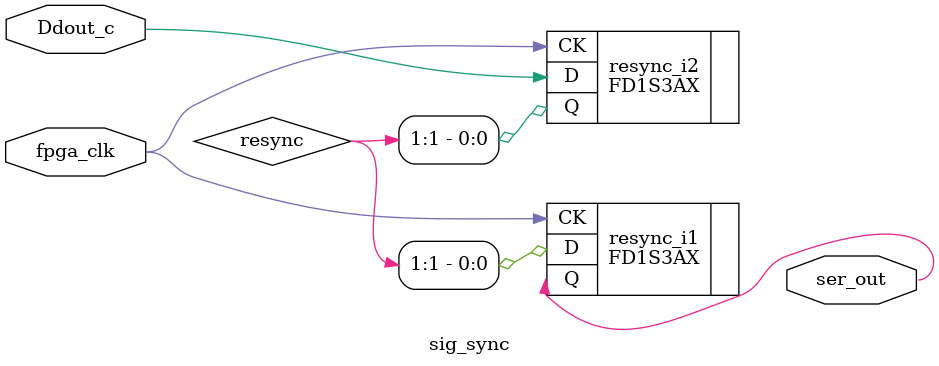
<source format=v>

module kbuf_top (AinDout, AinDoutBuff, Dlatch, Ddin, Dclk, Ddout, 
            kreset, ka_in, ka_out, dac_out, k_clk, start_in, kdata_io, 
            k_in, k_out, dac_clk, tp3, tp4) /* synthesis syn_module_defined=1 */ ;   // c:/dan/eng projects/bp308/kflop/fpga/kanalogbuffer_realboard/kbuf_top.v(1[8:16])
    input AinDout;   // c:/dan/eng projects/bp308/kflop/fpga/kanalogbuffer_realboard/kbuf_top.v(13[8:15])
    output AinDoutBuff;   // c:/dan/eng projects/bp308/kflop/fpga/kanalogbuffer_realboard/kbuf_top.v(14[9:20])
    input Dlatch;   // c:/dan/eng projects/bp308/kflop/fpga/kanalogbuffer_realboard/kbuf_top.v(17[8:14])
    output Ddin;   // c:/dan/eng projects/bp308/kflop/fpga/kanalogbuffer_realboard/kbuf_top.v(18[9:13])
    input Dclk;   // c:/dan/eng projects/bp308/kflop/fpga/kanalogbuffer_realboard/kbuf_top.v(19[8:12])
    input Ddout;   // c:/dan/eng projects/bp308/kflop/fpga/kanalogbuffer_realboard/kbuf_top.v(20[8:13])
    input kreset;   // c:/dan/eng projects/bp308/kflop/fpga/kanalogbuffer_realboard/kbuf_top.v(22[8:14])
    input [15:0]ka_in;   // c:/dan/eng projects/bp308/kflop/fpga/kanalogbuffer_realboard/kbuf_top.v(24[15:20])
    output [15:0]ka_out;   // c:/dan/eng projects/bp308/kflop/fpga/kanalogbuffer_realboard/kbuf_top.v(29[16:22])
    output [7:0]dac_out;   // c:/dan/eng projects/bp308/kflop/fpga/kanalogbuffer_realboard/kbuf_top.v(50[15:22])
    input k_clk;   // c:/dan/eng projects/bp308/kflop/fpga/kanalogbuffer_realboard/kbuf_top.v(64[8:13])
    input start_in;   // c:/dan/eng projects/bp308/kflop/fpga/kanalogbuffer_realboard/kbuf_top.v(65[8:16])
    inout [7:0]kdata_io;   // c:/dan/eng projects/bp308/kflop/fpga/kanalogbuffer_realboard/kbuf_top.v(66[13:21])
    input [23:0]k_in;   // c:/dan/eng projects/bp308/kflop/fpga/kanalogbuffer_realboard/kbuf_top.v(70[15:19])
    output [15:0]k_out;   // c:/dan/eng projects/bp308/kflop/fpga/kanalogbuffer_realboard/kbuf_top.v(83[20:25])
    output dac_clk;   // c:/dan/eng projects/bp308/kflop/fpga/kanalogbuffer_realboard/kbuf_top.v(107[13:20])
    output tp3;   // c:/dan/eng projects/bp308/kflop/fpga/kanalogbuffer_realboard/kbuf_top.v(109[9:12])
    output tp4;   // c:/dan/eng projects/bp308/kflop/fpga/kanalogbuffer_realboard/kbuf_top.v(110[9:12])
    
    wire fpga_clk /* synthesis is_clock=1, SET_AS_NETWORK=fpga_clk */ ;   // c:/dan/eng projects/bp308/kflop/fpga/kanalogbuffer_realboard/kbuf_top.v(114[62:70])
    
    wire GND_net, VCC_net, AinDoutBuff_c_c, Dlatch_c, Ddin_c_0, Dclk_c, 
        Ddout_c, kreset_c, ka_in_c_15, ka_in_c_14, ka_in_c_13, ka_in_c_12, 
        ka_in_c_11, ka_in_c_10, ka_in_c_9, ka_in_c_8, ka_in_c_7, ka_in_c_6, 
        ka_in_c_5, ka_in_c_4, ka_in_c_3, ka_in_c_2, ka_in_c_1, ka_in_c_0, 
        ka_out_c_15, ka_out_c_14, ka_out_c_13, ka_out_c_12, ka_out_c_11, 
        ka_out_c_10, ka_out_c_9, ka_out_c_8, ka_out_c_7, ka_out_c_6, 
        ka_out_c_5, ka_out_c_4, ka_out_c_3, ka_out_c_2, ka_out_c_1, 
        ka_out_c_0, dac_out_c_7, dac_out_c_6, dac_out_c_5, dac_out_c_4, 
        dac_out_c_3, dac_out_c_2, dac_out_c_1, dac_out_c_0, k_clk_c, 
        start_in_c, k_in_c_23, k_in_c_22, k_in_c_21, k_in_c_20, k_in_c_19, 
        k_in_c_18, k_in_c_17, k_in_c_16, k_in_c_9, k_in_c_8, k_in_c_7, 
        k_in_c_6, k_in_c_5, k_in_c_4, k_in_c_3, k_in_c_2, k_in_c_1, 
        k_in_c_0, k_out_c_15, k_out_c_14, k_out_c_13, k_out_c_12, 
        k_out_c_11, k_out_c_10, k_out_c_9, k_out_c_8, k_out_c_7, k_out_c_6, 
        k_out_c_5, k_out_c_4, k_out_c_3, k_out_c_2, k_out_c_1, k_out_c_0, 
        dac_clk_c, tp3_c, ser_out, n1290, dDclk, ddDclk, dDlatch, 
        ddDlatch, n1289, dk_clk, ddk_clk, fpga_clk_enable_100, dstart_in, 
        ddstart_in, sm_en;
    wire [2:0]state_cnt;   // c:/dan/eng projects/bp308/kflop/fpga/kanalogbuffer_realboard/kbuf_top.v(220[12:21])
    wire [7:0]data_in;   // c:/dan/eng projects/bp308/kflop/fpga/kanalogbuffer_realboard/kbuf_top.v(222[13:20])
    wire [7:0]data_out;   // c:/dan/eng projects/bp308/kflop/fpga/kanalogbuffer_realboard/kbuf_top.v(223[12:20])
    
    wire n1287, tp4_N_63, tp4_N_61, sm_en_N_68, n1286, fpga_clk_enable_87, 
        fpga_clk_enable_31, fpga_clk_enable_48, fpga_clk_enable_38, n1284, 
        n1283, n6, fpga_clk_enable_80, n1281, n1288, n1285, n1282, 
        n1261, n1273, n1279, fpga_clk_enable_101, n1265, n1264, 
        n1280, fpga_clk_enable_55, n630, n1262, n1278, n1277, n428, 
        n427, n429, resync, fpga_clk_enable_46, resync_adj_235, resync_adj_236, 
        n1275, n1274, n1260, n1219, n1299, n1259, n1263, n1241, 
        n1276, n6_adj_237, n1272, n640, n1240;
    wire [15:0]ff_adj_245;   // c:/dan/eng projects/bp308/kflop/fpga/kanalogbuffer_realboard/latch_sr_n.v(12[14:16])
    
    wire n1271;
    wire [15:0]ff_15__N_219;
    
    wire n1198, resync_adj_238, n1269, n1270, fpga_clk_enable_6, n1267, 
        resync_adj_239, fpga_clk_enable_1, n1239;
    
    VHI i2 (.Z(VCC_net));
    edge_det start_in_edge (.resync(resync_adj_239), .fpga_clk(fpga_clk), 
            .n1265(n1265), .ddstart_in(ddstart_in)) /* synthesis syn_module_defined=1 */ ;   // c:/dan/eng projects/bp308/kflop/fpga/kanalogbuffer_realboard/kbuf_top.v(214[11:118])
    BB io_port7 (.I(data_out[7]), .T(tp4_N_61), .B(kdata_io[7]), .O(data_in[7])) /* synthesis syn_instantiated=1 */ ;   // c:/dan/eng projects/bp308/kflop/fpga/kanalogbuffer_realboard/kbuf_top.v(228[5:78])
    LUT4 mux_174_i6_else_4_lut (.A(k_in_c_5), .B(state_cnt[2]), .C(state_cnt[0]), 
         .D(state_cnt[1]), .Z(n1270)) /* synthesis lut_function=(A (B (C+(D))+!B !(C+!(D)))+!A (B (C+(D)))) */ ;
    defparam mux_174_i6_else_4_lut.init = 16'hcec0;
    FD1P3IX sm_en_79 (.D(sm_en_N_68), .SP(fpga_clk_enable_1), .CD(n1265), 
            .CK(fpga_clk), .Q(sm_en));   // c:/dan/eng projects/bp308/kflop/fpga/kanalogbuffer_realboard/kbuf_top.v(240[9] 296[5])
    defparam sm_en_79.GSR = "ENABLED";
    delay_U8 dly3 (.dDlatch(dDlatch), .fpga_clk(fpga_clk), .n1265(n1265), 
            .Dlatch_c(Dlatch_c)) /* synthesis syn_module_defined=1 */ ;   // c:/dan/eng projects/bp308/kflop/fpga/kanalogbuffer_realboard/kbuf_top.v(148[8:75])
    LUT4 i813_4_lut (.A(k_clk_c), .B(tp4_N_63), .C(start_in_c), .D(sm_en), 
         .Z(tp4_N_61)) /* synthesis lut_function=(((C+!(D))+!B)+!A) */ ;   // c:/dan/eng projects/bp308/kflop/fpga/kanalogbuffer_realboard/kbuf_top.v(226[21:88])
    defparam i813_4_lut.init = 16'hf7ff;
    LUT4 k_in_c_6_bdd_4_lut_4_lut_then_3_lut (.A(state_cnt[0]), .B(k_in_c_22), 
         .C(state_cnt[1]), .Z(n1274)) /* synthesis lut_function=(A+!((C)+!B)) */ ;
    defparam k_in_c_6_bdd_4_lut_4_lut_then_3_lut.init = 16'haeae;
    LUT4 i2_3_lut_4_lut (.A(n1198), .B(n1262), .C(n6), .D(kreset_c), 
         .Z(n640)) /* synthesis lut_function=(!((B+!(C (D)))+!A)) */ ;
    defparam i2_3_lut_4_lut.init = 16'h2000;
    OB ka_out_pad_12 (.I(ka_out_c_12), .O(ka_out[12]));   // c:/dan/eng projects/bp308/kflop/fpga/kanalogbuffer_realboard/kbuf_top.v(29[16:22])
    OB Ddin_pad (.I(Ddin_c_0), .O(Ddin));   // c:/dan/eng projects/bp308/kflop/fpga/kanalogbuffer_realboard/kbuf_top.v(18[9:13])
    OB ka_out_pad_13 (.I(ka_out_c_13), .O(ka_out[13]));   // c:/dan/eng projects/bp308/kflop/fpga/kanalogbuffer_realboard/kbuf_top.v(29[16:22])
    OSCH rc_oscillator (.STDBY(GND_net), .OSC(fpga_clk)) /* synthesis syn_instantiated=1 */ ;
    defparam rc_oscillator.NOM_FREQ = "66.50";
    OB ka_out_pad_14 (.I(ka_out_c_14), .O(ka_out[14]));   // c:/dan/eng projects/bp308/kflop/fpga/kanalogbuffer_realboard/kbuf_top.v(29[16:22])
    FD1P3IX k_out__i1 (.D(data_in[0]), .SP(fpga_clk_enable_38), .CD(n1265), 
            .CK(fpga_clk), .Q(k_out_c_0));   // c:/dan/eng projects/bp308/kflop/fpga/kanalogbuffer_realboard/kbuf_top.v(240[9] 296[5])
    defparam k_out__i1.GSR = "ENABLED";
    LUT4 i2_3_lut (.A(ddk_clk), .B(sm_en), .C(resync_adj_238), .Z(n1198)) /* synthesis lut_function=(!(A+!(B (C)))) */ ;
    defparam i2_3_lut.init = 16'h4040;
    OB ka_out_pad_6 (.I(ka_out_c_6), .O(ka_out[6]));   // c:/dan/eng projects/bp308/kflop/fpga/kanalogbuffer_realboard/kbuf_top.v(29[16:22])
    FD1P3IX state_cnt__i0 (.D(n429), .SP(fpga_clk_enable_48), .CD(n630), 
            .CK(fpga_clk), .Q(state_cnt[0]));   // c:/dan/eng projects/bp308/kflop/fpga/kanalogbuffer_realboard/kbuf_top.v(240[9] 296[5])
    defparam state_cnt__i0.GSR = "ENABLED";
    FD1P3IX data_out__i0 (.D(n1287), .SP(fpga_clk_enable_55), .CD(n640), 
            .CK(fpga_clk), .Q(data_out[0]));   // c:/dan/eng projects/bp308/kflop/fpga/kanalogbuffer_realboard/kbuf_top.v(240[9] 296[5])
    defparam data_out__i0.GSR = "ENABLED";
    LUT4 i285_2_lut_3_lut (.A(state_cnt[0]), .B(n1269), .C(state_cnt[1]), 
         .Z(n428)) /* synthesis lut_function=(!(A (B (C)+!B !(C))+!A !(C))) */ ;   // c:/dan/eng projects/bp308/kflop/fpga/kanalogbuffer_realboard/kbuf_top.v(261[17:30])
    defparam i285_2_lut_3_lut.init = 16'h7878;
    LUT4 k_in_c_6_bdd_4_lut_4_lut_else_3_lut (.A(state_cnt[0]), .B(k_in_c_6), 
         .C(state_cnt[1]), .Z(n1273)) /* synthesis lut_function=(!(A+!(B (C)))) */ ;
    defparam k_in_c_6_bdd_4_lut_4_lut_else_3_lut.init = 16'h4040;
    BB io_port6 (.I(data_out[6]), .T(tp4_N_61), .B(kdata_io[6]), .O(data_in[6])) /* synthesis syn_instantiated=1 */ ;   // c:/dan/eng projects/bp308/kflop/fpga/kanalogbuffer_realboard/kbuf_top.v(229[5:78])
    BB io_port5 (.I(data_out[5]), .T(tp4_N_61), .B(kdata_io[5]), .O(data_in[5])) /* synthesis syn_instantiated=1 */ ;   // c:/dan/eng projects/bp308/kflop/fpga/kanalogbuffer_realboard/kbuf_top.v(230[5:78])
    BB io_port4 (.I(data_out[4]), .T(tp4_N_61), .B(kdata_io[4]), .O(data_in[4])) /* synthesis syn_instantiated=1 */ ;   // c:/dan/eng projects/bp308/kflop/fpga/kanalogbuffer_realboard/kbuf_top.v(231[5:78])
    BB io_port3 (.I(data_out[3]), .T(tp4_N_61), .B(kdata_io[3]), .O(data_in[3])) /* synthesis syn_instantiated=1 */ ;   // c:/dan/eng projects/bp308/kflop/fpga/kanalogbuffer_realboard/kbuf_top.v(232[5:78])
    BB io_port2 (.I(data_out[2]), .T(tp4_N_61), .B(kdata_io[2]), .O(data_in[2])) /* synthesis syn_instantiated=1 */ ;   // c:/dan/eng projects/bp308/kflop/fpga/kanalogbuffer_realboard/kbuf_top.v(233[5:78])
    BB io_port1 (.I(data_out[1]), .T(tp4_N_61), .B(kdata_io[1]), .O(data_in[1])) /* synthesis syn_instantiated=1 */ ;   // c:/dan/eng projects/bp308/kflop/fpga/kanalogbuffer_realboard/kbuf_top.v(234[5:78])
    BB io_port0 (.I(data_out[0]), .T(tp4_N_61), .B(kdata_io[0]), .O(data_in[0])) /* synthesis syn_instantiated=1 */ ;   // c:/dan/eng projects/bp308/kflop/fpga/kanalogbuffer_realboard/kbuf_top.v(235[5:78])
    OB ka_out_pad_7 (.I(ka_out_c_7), .O(ka_out[7]));   // c:/dan/eng projects/bp308/kflop/fpga/kanalogbuffer_realboard/kbuf_top.v(29[16:22])
    FD1P3IX dac_clk_77 (.D(n1299), .SP(fpga_clk_enable_6), .CD(n1260), 
            .CK(fpga_clk), .Q(dac_clk_c));   // c:/dan/eng projects/bp308/kflop/fpga/kanalogbuffer_realboard/kbuf_top.v(178[9] 188[5])
    defparam dac_clk_77.GSR = "ENABLED";
    LUT4 i292_3_lut_4_lut (.A(state_cnt[0]), .B(n1269), .C(state_cnt[1]), 
         .D(state_cnt[2]), .Z(n427)) /* synthesis lut_function=(!(A (B (C (D)+!C !(D))+!B !(D))+!A !(D))) */ ;   // c:/dan/eng projects/bp308/kflop/fpga/kanalogbuffer_realboard/kbuf_top.v(261[17:30])
    defparam i292_3_lut_4_lut.init = 16'h7f80;
    delay_U10 dly1 (.dDclk(dDclk), .fpga_clk(fpga_clk), .n1265(n1265), 
            .Dclk_c(Dclk_c)) /* synthesis syn_module_defined=1 */ ;   // c:/dan/eng projects/bp308/kflop/fpga/kanalogbuffer_realboard/kbuf_top.v(142[9:72])
    delay_U7 dly4 (.ddDlatch(ddDlatch), .fpga_clk(fpga_clk), .n1265(n1265), 
            .dDlatch(dDlatch)) /* synthesis syn_module_defined=1 */ ;   // c:/dan/eng projects/bp308/kflop/fpga/kanalogbuffer_realboard/kbuf_top.v(149[8:77])
    LUT4 i820_2_lut_3_lut_4_lut_4_lut_4_lut (.A(kreset_c), .B(n1198), .C(n1262), 
         .D(n1263), .Z(fpga_clk_enable_38)) /* synthesis lut_function=(!(A ((C+(D))+!B)+!A (D))) */ ;   // c:/dan/eng projects/bp308/kflop/fpga/kanalogbuffer_realboard/kbuf_top.v(176[56:63])
    defparam i820_2_lut_3_lut_4_lut_4_lut_4_lut.init = 16'h005d;
    delay_U6 dly5 (.dk_clk(dk_clk), .fpga_clk(fpga_clk), .n1265(n1265), 
            .k_clk_c(k_clk_c)) /* synthesis syn_module_defined=1 */ ;   // c:/dan/eng projects/bp308/kflop/fpga/kanalogbuffer_realboard/kbuf_top.v(203[8:73])
    LUT4 k_in_c_4_bdd_4_lut_4_lut_then_3_lut (.A(state_cnt[0]), .B(k_in_c_20), 
         .C(state_cnt[1]), .Z(n1277)) /* synthesis lut_function=(A+!((C)+!B)) */ ;
    defparam k_in_c_4_bdd_4_lut_4_lut_then_3_lut.init = 16'haeae;
    LUT4 i2_4_lut (.A(n1262), .B(kreset_c), .C(n1263), .D(n1198), .Z(fpga_clk_enable_55)) /* synthesis lut_function=(!(A+!(B (C (D))))) */ ;
    defparam i2_4_lut.init = 16'h4000;
    delay_U9 dly2 (.ddDclk(ddDclk), .fpga_clk(fpga_clk), .n1265(n1265), 
            .dDclk(dDclk)) /* synthesis syn_module_defined=1 */ ;   // c:/dan/eng projects/bp308/kflop/fpga/kanalogbuffer_realboard/kbuf_top.v(143[8:73])
    \SR_Latch_N(N=24)  ka_out_15__I_0 (.fpga_clk(fpga_clk), .fpga_clk_enable_80(fpga_clk_enable_80), 
            .n1265(n1265), .ka_out_c_9(ka_out_c_9), .fpga_clk_enable_101(fpga_clk_enable_101), 
            .ka_out_c_10(ka_out_c_10), .ka_out_c_11(ka_out_c_11), .ka_out_c_12(ka_out_c_12), 
            .ka_out_c_13(ka_out_c_13), .ka_out_c_14(ka_out_c_14), .ka_out_c_15(ka_out_c_15), 
            .ka_out_c_0(ka_out_c_0), .ka_out_c_1(ka_out_c_1), .ka_out_c_2(ka_out_c_2), 
            .ka_out_c_3(ka_out_c_3), .ka_out_c_4(ka_out_c_4), .ka_out_c_5(ka_out_c_5), 
            .ka_out_c_6(ka_out_c_6), .ka_out_c_7(ka_out_c_7), .dac_out_c_3(dac_out_c_3), 
            .ka_out_c_8(ka_out_c_8)) /* synthesis syn_module_defined=1 */ ;   // c:/dan/eng projects/bp308/kflop/fpga/kanalogbuffer_realboard/kbuf_top.v(167[23:146])
    delay_U5 dly6 (.ddk_clk(ddk_clk), .fpga_clk(fpga_clk), .n1265(n1265), 
            .dk_clk(dk_clk)) /* synthesis syn_module_defined=1 */ ;   // c:/dan/eng projects/bp308/kflop/fpga/kanalogbuffer_realboard/kbuf_top.v(204[8:75])
    LUT4 i818_4_lut (.A(data_in[5]), .B(n1219), .C(data_in[7]), .D(n6_adj_237), 
         .Z(sm_en_N_68)) /* synthesis lut_function=(!(A+((C+(D))+!B))) */ ;   // c:/dan/eng projects/bp308/kflop/fpga/kanalogbuffer_realboard/kbuf_top.v(254[7:33])
    defparam i818_4_lut.init = 16'h0004;
    delay_U4 dly7 (.dstart_in(dstart_in), .fpga_clk(fpga_clk), .n1265(n1265), 
            .start_in_c(start_in_c)) /* synthesis syn_module_defined=1 */ ;   // c:/dan/eng projects/bp308/kflop/fpga/kanalogbuffer_realboard/kbuf_top.v(212[8:79])
    OB ka_out_pad_8 (.I(ka_out_c_8), .O(ka_out[8]));   // c:/dan/eng projects/bp308/kflop/fpga/kanalogbuffer_realboard/kbuf_top.v(29[16:22])
    SR_Latch_N sr1 (.dac_out_c_0(dac_out_c_0), .fpga_clk(fpga_clk), .fpga_clk_enable_31(fpga_clk_enable_31), 
            .n1265(n1265), .fpga_clk_enable_87(fpga_clk_enable_87), .dac_out_c_1(dac_out_c_1), 
            .dac_out_c_2(dac_out_c_2), .dac_out_c_3(dac_out_c_3), .dac_out_c_4(dac_out_c_4), 
            .dac_out_c_5(dac_out_c_5), .dac_out_c_6(dac_out_c_6), .dac_out_c_7(dac_out_c_7), 
            .ser_out(ser_out)) /* synthesis syn_module_defined=1 */ ;   // c:/dan/eng projects/bp308/kflop/fpga/kanalogbuffer_realboard/kbuf_top.v(161[22:130])
    LUT4 k_in_c_4_bdd_4_lut_4_lut_else_3_lut (.A(state_cnt[0]), .B(k_in_c_4), 
         .C(state_cnt[1]), .Z(n1276)) /* synthesis lut_function=(!(A+!(B (C)))) */ ;
    defparam k_in_c_4_bdd_4_lut_4_lut_else_3_lut.init = 16'h4040;
    LUT4 mux_174_i4_then_4_lut (.A(state_cnt[0]), .B(state_cnt[1]), .C(state_cnt[2]), 
         .D(k_in_c_19), .Z(n1280)) /* synthesis lut_function=(!(A+(B (C)+!B !(C (D))))) */ ;
    defparam mux_174_i4_then_4_lut.init = 16'h1404;
    OB ka_out_pad_9 (.I(ka_out_c_9), .O(ka_out[9]));   // c:/dan/eng projects/bp308/kflop/fpga/kanalogbuffer_realboard/kbuf_top.v(29[16:22])
    OB AinDoutBuff_pad (.I(AinDoutBuff_c_c), .O(AinDoutBuff));   // c:/dan/eng projects/bp308/kflop/fpga/kanalogbuffer_realboard/kbuf_top.v(14[9:20])
    OB ka_out_pad_15 (.I(ka_out_c_15), .O(ka_out[15]));   // c:/dan/eng projects/bp308/kflop/fpga/kanalogbuffer_realboard/kbuf_top.v(29[16:22])
    OB ka_out_pad_10 (.I(ka_out_c_10), .O(ka_out[10]));   // c:/dan/eng projects/bp308/kflop/fpga/kanalogbuffer_realboard/kbuf_top.v(29[16:22])
    OB ka_out_pad_11 (.I(ka_out_c_11), .O(ka_out[11]));   // c:/dan/eng projects/bp308/kflop/fpga/kanalogbuffer_realboard/kbuf_top.v(29[16:22])
    LUT4 mux_174_i4_else_4_lut (.A(state_cnt[0]), .B(state_cnt[1]), .C(state_cnt[2]), 
         .D(k_in_c_19), .Z(n1279)) /* synthesis lut_function=(!(A+(B+!(C (D))))) */ ;
    defparam mux_174_i4_else_4_lut.init = 16'h1000;
    OB ka_out_pad_5 (.I(ka_out_c_5), .O(ka_out[5]));   // c:/dan/eng projects/bp308/kflop/fpga/kanalogbuffer_realboard/kbuf_top.v(29[16:22])
    OB ka_out_pad_4 (.I(ka_out_c_4), .O(ka_out[4]));   // c:/dan/eng projects/bp308/kflop/fpga/kanalogbuffer_realboard/kbuf_top.v(29[16:22])
    OB ka_out_pad_3 (.I(ka_out_c_3), .O(ka_out[3]));   // c:/dan/eng projects/bp308/kflop/fpga/kanalogbuffer_realboard/kbuf_top.v(29[16:22])
    OB ka_out_pad_2 (.I(ka_out_c_2), .O(ka_out[2]));   // c:/dan/eng projects/bp308/kflop/fpga/kanalogbuffer_realboard/kbuf_top.v(29[16:22])
    OB ka_out_pad_1 (.I(ka_out_c_1), .O(ka_out[1]));   // c:/dan/eng projects/bp308/kflop/fpga/kanalogbuffer_realboard/kbuf_top.v(29[16:22])
    OB ka_out_pad_0 (.I(ka_out_c_0), .O(ka_out[0]));   // c:/dan/eng projects/bp308/kflop/fpga/kanalogbuffer_realboard/kbuf_top.v(29[16:22])
    OB dac_out_pad_7 (.I(dac_out_c_7), .O(dac_out[7]));   // c:/dan/eng projects/bp308/kflop/fpga/kanalogbuffer_realboard/kbuf_top.v(50[15:22])
    OB dac_out_pad_6 (.I(dac_out_c_6), .O(dac_out[6]));   // c:/dan/eng projects/bp308/kflop/fpga/kanalogbuffer_realboard/kbuf_top.v(50[15:22])
    OB dac_out_pad_5 (.I(dac_out_c_5), .O(dac_out[5]));   // c:/dan/eng projects/bp308/kflop/fpga/kanalogbuffer_realboard/kbuf_top.v(50[15:22])
    OB dac_out_pad_4 (.I(dac_out_c_4), .O(dac_out[4]));   // c:/dan/eng projects/bp308/kflop/fpga/kanalogbuffer_realboard/kbuf_top.v(50[15:22])
    OB dac_out_pad_3 (.I(dac_out_c_3), .O(dac_out[3]));   // c:/dan/eng projects/bp308/kflop/fpga/kanalogbuffer_realboard/kbuf_top.v(50[15:22])
    OB dac_out_pad_2 (.I(dac_out_c_2), .O(dac_out[2]));   // c:/dan/eng projects/bp308/kflop/fpga/kanalogbuffer_realboard/kbuf_top.v(50[15:22])
    OB dac_out_pad_1 (.I(dac_out_c_1), .O(dac_out[1]));   // c:/dan/eng projects/bp308/kflop/fpga/kanalogbuffer_realboard/kbuf_top.v(50[15:22])
    OB dac_out_pad_0 (.I(dac_out_c_0), .O(dac_out[0]));   // c:/dan/eng projects/bp308/kflop/fpga/kanalogbuffer_realboard/kbuf_top.v(50[15:22])
    OB k_out_pad_15 (.I(k_out_c_15), .O(k_out[15]));   // c:/dan/eng projects/bp308/kflop/fpga/kanalogbuffer_realboard/kbuf_top.v(83[20:25])
    OB k_out_pad_14 (.I(k_out_c_14), .O(k_out[14]));   // c:/dan/eng projects/bp308/kflop/fpga/kanalogbuffer_realboard/kbuf_top.v(83[20:25])
    OB k_out_pad_13 (.I(k_out_c_13), .O(k_out[13]));   // c:/dan/eng projects/bp308/kflop/fpga/kanalogbuffer_realboard/kbuf_top.v(83[20:25])
    OB k_out_pad_12 (.I(k_out_c_12), .O(k_out[12]));   // c:/dan/eng projects/bp308/kflop/fpga/kanalogbuffer_realboard/kbuf_top.v(83[20:25])
    OB k_out_pad_11 (.I(k_out_c_11), .O(k_out[11]));   // c:/dan/eng projects/bp308/kflop/fpga/kanalogbuffer_realboard/kbuf_top.v(83[20:25])
    OB k_out_pad_10 (.I(k_out_c_10), .O(k_out[10]));   // c:/dan/eng projects/bp308/kflop/fpga/kanalogbuffer_realboard/kbuf_top.v(83[20:25])
    OB k_out_pad_9 (.I(k_out_c_9), .O(k_out[9]));   // c:/dan/eng projects/bp308/kflop/fpga/kanalogbuffer_realboard/kbuf_top.v(83[20:25])
    OB k_out_pad_8 (.I(k_out_c_8), .O(k_out[8]));   // c:/dan/eng projects/bp308/kflop/fpga/kanalogbuffer_realboard/kbuf_top.v(83[20:25])
    OB k_out_pad_7 (.I(k_out_c_7), .O(k_out[7]));   // c:/dan/eng projects/bp308/kflop/fpga/kanalogbuffer_realboard/kbuf_top.v(83[20:25])
    OB k_out_pad_6 (.I(k_out_c_6), .O(k_out[6]));   // c:/dan/eng projects/bp308/kflop/fpga/kanalogbuffer_realboard/kbuf_top.v(83[20:25])
    OB k_out_pad_5 (.I(k_out_c_5), .O(k_out[5]));   // c:/dan/eng projects/bp308/kflop/fpga/kanalogbuffer_realboard/kbuf_top.v(83[20:25])
    OB k_out_pad_4 (.I(k_out_c_4), .O(k_out[4]));   // c:/dan/eng projects/bp308/kflop/fpga/kanalogbuffer_realboard/kbuf_top.v(83[20:25])
    OB k_out_pad_3 (.I(k_out_c_3), .O(k_out[3]));   // c:/dan/eng projects/bp308/kflop/fpga/kanalogbuffer_realboard/kbuf_top.v(83[20:25])
    OB k_out_pad_2 (.I(k_out_c_2), .O(k_out[2]));   // c:/dan/eng projects/bp308/kflop/fpga/kanalogbuffer_realboard/kbuf_top.v(83[20:25])
    OB k_out_pad_1 (.I(k_out_c_1), .O(k_out[1]));   // c:/dan/eng projects/bp308/kflop/fpga/kanalogbuffer_realboard/kbuf_top.v(83[20:25])
    OB k_out_pad_0 (.I(k_out_c_0), .O(k_out[0]));   // c:/dan/eng projects/bp308/kflop/fpga/kanalogbuffer_realboard/kbuf_top.v(83[20:25])
    OB dac_clk_pad (.I(dac_clk_c), .O(dac_clk));   // c:/dan/eng projects/bp308/kflop/fpga/kanalogbuffer_realboard/kbuf_top.v(107[13:20])
    OB tp3_pad (.I(tp3_c), .O(tp3));   // c:/dan/eng projects/bp308/kflop/fpga/kanalogbuffer_realboard/kbuf_top.v(109[9:12])
    OB tp4_pad (.I(tp4_N_61), .O(tp4));   // c:/dan/eng projects/bp308/kflop/fpga/kanalogbuffer_realboard/kbuf_top.v(110[9:12])
    IB AinDoutBuff_c_pad (.I(AinDout), .O(AinDoutBuff_c_c));   // c:/dan/eng projects/bp308/kflop/fpga/kanalogbuffer_realboard/kbuf_top.v(13[8:15])
    IB Dlatch_pad (.I(Dlatch), .O(Dlatch_c));   // c:/dan/eng projects/bp308/kflop/fpga/kanalogbuffer_realboard/kbuf_top.v(17[8:14])
    IB Dclk_pad (.I(Dclk), .O(Dclk_c));   // c:/dan/eng projects/bp308/kflop/fpga/kanalogbuffer_realboard/kbuf_top.v(19[8:12])
    IB Ddout_pad (.I(Ddout), .O(Ddout_c));   // c:/dan/eng projects/bp308/kflop/fpga/kanalogbuffer_realboard/kbuf_top.v(20[8:13])
    IB kreset_pad (.I(kreset), .O(kreset_c));   // c:/dan/eng projects/bp308/kflop/fpga/kanalogbuffer_realboard/kbuf_top.v(22[8:14])
    IB ka_in_pad_15 (.I(ka_in[15]), .O(ka_in_c_15));   // c:/dan/eng projects/bp308/kflop/fpga/kanalogbuffer_realboard/kbuf_top.v(24[15:20])
    IB ka_in_pad_14 (.I(ka_in[14]), .O(ka_in_c_14));   // c:/dan/eng projects/bp308/kflop/fpga/kanalogbuffer_realboard/kbuf_top.v(24[15:20])
    IB ka_in_pad_13 (.I(ka_in[13]), .O(ka_in_c_13));   // c:/dan/eng projects/bp308/kflop/fpga/kanalogbuffer_realboard/kbuf_top.v(24[15:20])
    IB ka_in_pad_12 (.I(ka_in[12]), .O(ka_in_c_12));   // c:/dan/eng projects/bp308/kflop/fpga/kanalogbuffer_realboard/kbuf_top.v(24[15:20])
    IB ka_in_pad_11 (.I(ka_in[11]), .O(ka_in_c_11));   // c:/dan/eng projects/bp308/kflop/fpga/kanalogbuffer_realboard/kbuf_top.v(24[15:20])
    IB ka_in_pad_10 (.I(ka_in[10]), .O(ka_in_c_10));   // c:/dan/eng projects/bp308/kflop/fpga/kanalogbuffer_realboard/kbuf_top.v(24[15:20])
    IB ka_in_pad_9 (.I(ka_in[9]), .O(ka_in_c_9));   // c:/dan/eng projects/bp308/kflop/fpga/kanalogbuffer_realboard/kbuf_top.v(24[15:20])
    IB ka_in_pad_8 (.I(ka_in[8]), .O(ka_in_c_8));   // c:/dan/eng projects/bp308/kflop/fpga/kanalogbuffer_realboard/kbuf_top.v(24[15:20])
    IB ka_in_pad_7 (.I(ka_in[7]), .O(ka_in_c_7));   // c:/dan/eng projects/bp308/kflop/fpga/kanalogbuffer_realboard/kbuf_top.v(24[15:20])
    IB ka_in_pad_6 (.I(ka_in[6]), .O(ka_in_c_6));   // c:/dan/eng projects/bp308/kflop/fpga/kanalogbuffer_realboard/kbuf_top.v(24[15:20])
    IB ka_in_pad_5 (.I(ka_in[5]), .O(ka_in_c_5));   // c:/dan/eng projects/bp308/kflop/fpga/kanalogbuffer_realboard/kbuf_top.v(24[15:20])
    IB ka_in_pad_4 (.I(ka_in[4]), .O(ka_in_c_4));   // c:/dan/eng projects/bp308/kflop/fpga/kanalogbuffer_realboard/kbuf_top.v(24[15:20])
    IB ka_in_pad_3 (.I(ka_in[3]), .O(ka_in_c_3));   // c:/dan/eng projects/bp308/kflop/fpga/kanalogbuffer_realboard/kbuf_top.v(24[15:20])
    IB ka_in_pad_2 (.I(ka_in[2]), .O(ka_in_c_2));   // c:/dan/eng projects/bp308/kflop/fpga/kanalogbuffer_realboard/kbuf_top.v(24[15:20])
    IB ka_in_pad_1 (.I(ka_in[1]), .O(ka_in_c_1));   // c:/dan/eng projects/bp308/kflop/fpga/kanalogbuffer_realboard/kbuf_top.v(24[15:20])
    IB ka_in_pad_0 (.I(ka_in[0]), .O(ka_in_c_0));   // c:/dan/eng projects/bp308/kflop/fpga/kanalogbuffer_realboard/kbuf_top.v(24[15:20])
    IB k_clk_pad (.I(k_clk), .O(k_clk_c));   // c:/dan/eng projects/bp308/kflop/fpga/kanalogbuffer_realboard/kbuf_top.v(64[8:13])
    IB start_in_pad (.I(start_in), .O(start_in_c));   // c:/dan/eng projects/bp308/kflop/fpga/kanalogbuffer_realboard/kbuf_top.v(65[8:16])
    IB k_in_pad_23 (.I(k_in[23]), .O(k_in_c_23));   // c:/dan/eng projects/bp308/kflop/fpga/kanalogbuffer_realboard/kbuf_top.v(70[15:19])
    IB k_in_pad_22 (.I(k_in[22]), .O(k_in_c_22));   // c:/dan/eng projects/bp308/kflop/fpga/kanalogbuffer_realboard/kbuf_top.v(70[15:19])
    IB k_in_pad_21 (.I(k_in[21]), .O(k_in_c_21));   // c:/dan/eng projects/bp308/kflop/fpga/kanalogbuffer_realboard/kbuf_top.v(70[15:19])
    IB k_in_pad_20 (.I(k_in[20]), .O(k_in_c_20));   // c:/dan/eng projects/bp308/kflop/fpga/kanalogbuffer_realboard/kbuf_top.v(70[15:19])
    IB k_in_pad_19 (.I(k_in[19]), .O(k_in_c_19));   // c:/dan/eng projects/bp308/kflop/fpga/kanalogbuffer_realboard/kbuf_top.v(70[15:19])
    IB k_in_pad_18 (.I(k_in[18]), .O(k_in_c_18));   // c:/dan/eng projects/bp308/kflop/fpga/kanalogbuffer_realboard/kbuf_top.v(70[15:19])
    IB k_in_pad_17 (.I(k_in[17]), .O(k_in_c_17));   // c:/dan/eng projects/bp308/kflop/fpga/kanalogbuffer_realboard/kbuf_top.v(70[15:19])
    IB k_in_pad_16 (.I(k_in[16]), .O(k_in_c_16));   // c:/dan/eng projects/bp308/kflop/fpga/kanalogbuffer_realboard/kbuf_top.v(70[15:19])
    IB k_in_pad_9 (.I(k_in[9]), .O(k_in_c_9));   // c:/dan/eng projects/bp308/kflop/fpga/kanalogbuffer_realboard/kbuf_top.v(70[15:19])
    IB k_in_pad_8 (.I(k_in[8]), .O(k_in_c_8));   // c:/dan/eng projects/bp308/kflop/fpga/kanalogbuffer_realboard/kbuf_top.v(70[15:19])
    IB k_in_pad_7 (.I(k_in[7]), .O(k_in_c_7));   // c:/dan/eng projects/bp308/kflop/fpga/kanalogbuffer_realboard/kbuf_top.v(70[15:19])
    IB k_in_pad_6 (.I(k_in[6]), .O(k_in_c_6));   // c:/dan/eng projects/bp308/kflop/fpga/kanalogbuffer_realboard/kbuf_top.v(70[15:19])
    IB k_in_pad_5 (.I(k_in[5]), .O(k_in_c_5));   // c:/dan/eng projects/bp308/kflop/fpga/kanalogbuffer_realboard/kbuf_top.v(70[15:19])
    IB k_in_pad_4 (.I(k_in[4]), .O(k_in_c_4));   // c:/dan/eng projects/bp308/kflop/fpga/kanalogbuffer_realboard/kbuf_top.v(70[15:19])
    IB k_in_pad_3 (.I(k_in[3]), .O(k_in_c_3));   // c:/dan/eng projects/bp308/kflop/fpga/kanalogbuffer_realboard/kbuf_top.v(70[15:19])
    IB k_in_pad_2 (.I(k_in[2]), .O(k_in_c_2));   // c:/dan/eng projects/bp308/kflop/fpga/kanalogbuffer_realboard/kbuf_top.v(70[15:19])
    IB k_in_pad_1 (.I(k_in[1]), .O(k_in_c_1));   // c:/dan/eng projects/bp308/kflop/fpga/kanalogbuffer_realboard/kbuf_top.v(70[15:19])
    IB k_in_pad_0 (.I(k_in[0]), .O(k_in_c_0));   // c:/dan/eng projects/bp308/kflop/fpga/kanalogbuffer_realboard/kbuf_top.v(70[15:19])
    LUT4 i14_4_lut_3_lut (.A(state_cnt[2]), .B(state_cnt[0]), .C(state_cnt[1]), 
         .Z(n6)) /* synthesis lut_function=(A (B (C))+!A !(B+(C))) */ ;
    defparam i14_4_lut_3_lut.init = 16'h8181;
    LUT4 i2_3_lut_rep_14 (.A(sm_en), .B(resync_adj_238), .C(ddk_clk), 
         .Z(n1269)) /* synthesis lut_function=(!((B+!(C))+!A)) */ ;   // c:/dan/eng projects/bp308/kflop/fpga/kanalogbuffer_realboard/kbuf_top.v(259[11:29])
    defparam i2_3_lut_rep_14.init = 16'h2020;
    LUT4 i277_2_lut_4_lut (.A(sm_en), .B(resync_adj_238), .C(ddk_clk), 
         .D(state_cnt[0]), .Z(n429)) /* synthesis lut_function=(A (B (D)+!B !(C (D)+!C !(D)))+!A (D)) */ ;   // c:/dan/eng projects/bp308/kflop/fpga/kanalogbuffer_realboard/kbuf_top.v(259[11:29])
    defparam i277_2_lut_4_lut.init = 16'hdf20;
    LUT4 i809_2_lut_rep_7 (.A(ddstart_in), .B(resync_adj_239), .Z(n1262)) /* synthesis lut_function=(!(A (B)+!A !(B))) */ ;
    defparam i809_2_lut_rep_7.init = 16'h6666;
    LUT4 i1_2_lut_rep_4_3_lut (.A(ddstart_in), .B(resync_adj_239), .C(n1198), 
         .Z(n1259)) /* synthesis lut_function=(A (B (C))+!A !(B+!(C))) */ ;
    defparam i1_2_lut_rep_4_3_lut.init = 16'h9090;
    LUT4 mux_174_i3_then_4_lut (.A(k_in_c_2), .B(state_cnt[2]), .C(state_cnt[0]), 
         .D(state_cnt[1]), .Z(n1283)) /* synthesis lut_function=(A (B+!(C+!(D)))+!A (B)) */ ;
    defparam mux_174_i3_then_4_lut.init = 16'hcecc;
    LUT4 mux_174_i3_else_4_lut (.A(k_in_c_2), .B(state_cnt[2]), .C(state_cnt[0]), 
         .D(state_cnt[1]), .Z(n1282)) /* synthesis lut_function=(A (B (C+(D))+!B !(C+!(D)))+!A (B (C+(D)))) */ ;
    defparam mux_174_i3_else_4_lut.init = 16'hcec0;
    LUT4 i799_4_lut (.A(data_in[0]), .B(data_in[3]), .C(data_in[2]), .D(data_in[1]), 
         .Z(n1219)) /* synthesis lut_function=(A (B (C (D)))) */ ;
    defparam i799_4_lut.init = 16'h8000;
    LUT4 mux_174_i1_4_lut_then_3_lut (.A(state_cnt[0]), .B(k_in_c_16), .C(state_cnt[1]), 
         .Z(n1286)) /* synthesis lut_function=(A+(B+(C))) */ ;   // c:/dan/eng projects/bp308/kflop/fpga/kanalogbuffer_realboard/kbuf_top.v(272[9] 290[28])
    defparam mux_174_i1_4_lut_then_3_lut.init = 16'hfefe;
    LUT4 mux_174_i1_4_lut_else_3_lut (.A(k_in_c_8), .B(k_in_c_0), .C(state_cnt[0]), 
         .D(state_cnt[1]), .Z(n1285)) /* synthesis lut_function=(A (B (D)+!B (C (D)))+!A !((C+!(D))+!B)) */ ;   // c:/dan/eng projects/bp308/kflop/fpga/kanalogbuffer_realboard/kbuf_top.v(272[9] 290[28])
    defparam mux_174_i1_4_lut_else_3_lut.init = 16'hac00;
    LUT4 i827_then_4_lut (.A(k_in_c_7), .B(state_cnt[2]), .C(state_cnt[0]), 
         .D(state_cnt[1]), .Z(n1289)) /* synthesis lut_function=(!(A (B (C)+!B (C+!(D)))+!A ((C)+!B))) */ ;
    defparam i827_then_4_lut.init = 16'h0e0c;
    LUT4 i827_else_4_lut (.A(k_in_c_7), .B(state_cnt[2]), .C(state_cnt[0]), 
         .D(state_cnt[1]), .Z(n1288)) /* synthesis lut_function=(!(A (C+!(D))+!A ((C+!(D))+!B))) */ ;
    defparam i827_else_4_lut.init = 16'h0e00;
    LUT4 i2_3_lut_rep_8 (.A(state_cnt[1]), .B(state_cnt[2]), .C(state_cnt[0]), 
         .Z(n1263)) /* synthesis lut_function=(A+(B+!(C))) */ ;
    defparam i2_3_lut_rep_8.init = 16'hefef;
    LUT4 state_cnt_2__I_0_3_lut (.A(state_cnt[2]), .B(state_cnt[1]), .C(state_cnt[0]), 
         .Z(tp4_N_63)) /* synthesis lut_function=(A+(B (C))) */ ;   // c:/dan/eng projects/bp308/kflop/fpga/kanalogbuffer_realboard/kbuf_top.v(226[41:87])
    defparam state_cnt_2__I_0_3_lut.init = 16'heaea;
    FD1P3IX k_out__i2 (.D(data_in[1]), .SP(fpga_clk_enable_38), .CD(n1265), 
            .CK(fpga_clk), .Q(k_out_c_1));   // c:/dan/eng projects/bp308/kflop/fpga/kanalogbuffer_realboard/kbuf_top.v(240[9] 296[5])
    defparam k_out__i2.GSR = "ENABLED";
    FD1P3IX k_out__i3 (.D(data_in[2]), .SP(fpga_clk_enable_38), .CD(n1265), 
            .CK(fpga_clk), .Q(k_out_c_2));   // c:/dan/eng projects/bp308/kflop/fpga/kanalogbuffer_realboard/kbuf_top.v(240[9] 296[5])
    defparam k_out__i3.GSR = "ENABLED";
    FD1P3IX k_out__i4 (.D(data_in[3]), .SP(fpga_clk_enable_38), .CD(n1265), 
            .CK(fpga_clk), .Q(k_out_c_3));   // c:/dan/eng projects/bp308/kflop/fpga/kanalogbuffer_realboard/kbuf_top.v(240[9] 296[5])
    defparam k_out__i4.GSR = "ENABLED";
    FD1P3IX k_out__i5 (.D(data_in[4]), .SP(fpga_clk_enable_38), .CD(n1265), 
            .CK(fpga_clk), .Q(k_out_c_4));   // c:/dan/eng projects/bp308/kflop/fpga/kanalogbuffer_realboard/kbuf_top.v(240[9] 296[5])
    defparam k_out__i5.GSR = "ENABLED";
    FD1P3IX k_out__i6 (.D(data_in[5]), .SP(fpga_clk_enable_38), .CD(n1265), 
            .CK(fpga_clk), .Q(k_out_c_5));   // c:/dan/eng projects/bp308/kflop/fpga/kanalogbuffer_realboard/kbuf_top.v(240[9] 296[5])
    defparam k_out__i6.GSR = "ENABLED";
    FD1P3IX k_out__i7 (.D(data_in[6]), .SP(fpga_clk_enable_38), .CD(n1265), 
            .CK(fpga_clk), .Q(k_out_c_6));   // c:/dan/eng projects/bp308/kflop/fpga/kanalogbuffer_realboard/kbuf_top.v(240[9] 296[5])
    defparam k_out__i7.GSR = "ENABLED";
    FD1P3IX k_out__i8 (.D(data_in[7]), .SP(fpga_clk_enable_38), .CD(n1265), 
            .CK(fpga_clk), .Q(k_out_c_7));   // c:/dan/eng projects/bp308/kflop/fpga/kanalogbuffer_realboard/kbuf_top.v(240[9] 296[5])
    defparam k_out__i8.GSR = "ENABLED";
    FD1P3IX k_out__i9 (.D(data_in[0]), .SP(fpga_clk_enable_46), .CD(n1265), 
            .CK(fpga_clk), .Q(k_out_c_8));   // c:/dan/eng projects/bp308/kflop/fpga/kanalogbuffer_realboard/kbuf_top.v(240[9] 296[5])
    defparam k_out__i9.GSR = "ENABLED";
    FD1P3IX k_out__i10 (.D(data_in[1]), .SP(fpga_clk_enable_46), .CD(n1265), 
            .CK(fpga_clk), .Q(k_out_c_9));   // c:/dan/eng projects/bp308/kflop/fpga/kanalogbuffer_realboard/kbuf_top.v(240[9] 296[5])
    defparam k_out__i10.GSR = "ENABLED";
    FD1P3IX k_out__i11 (.D(data_in[2]), .SP(fpga_clk_enable_46), .CD(n1265), 
            .CK(fpga_clk), .Q(k_out_c_10));   // c:/dan/eng projects/bp308/kflop/fpga/kanalogbuffer_realboard/kbuf_top.v(240[9] 296[5])
    defparam k_out__i11.GSR = "ENABLED";
    FD1P3IX k_out__i12 (.D(data_in[3]), .SP(fpga_clk_enable_46), .CD(n1265), 
            .CK(fpga_clk), .Q(k_out_c_11));   // c:/dan/eng projects/bp308/kflop/fpga/kanalogbuffer_realboard/kbuf_top.v(240[9] 296[5])
    defparam k_out__i12.GSR = "ENABLED";
    FD1P3IX k_out__i13 (.D(data_in[4]), .SP(fpga_clk_enable_46), .CD(n1265), 
            .CK(fpga_clk), .Q(k_out_c_12));   // c:/dan/eng projects/bp308/kflop/fpga/kanalogbuffer_realboard/kbuf_top.v(240[9] 296[5])
    defparam k_out__i13.GSR = "ENABLED";
    FD1P3IX k_out__i14 (.D(data_in[5]), .SP(fpga_clk_enable_46), .CD(n1265), 
            .CK(fpga_clk), .Q(k_out_c_13));   // c:/dan/eng projects/bp308/kflop/fpga/kanalogbuffer_realboard/kbuf_top.v(240[9] 296[5])
    defparam k_out__i14.GSR = "ENABLED";
    FD1P3IX k_out__i15 (.D(data_in[6]), .SP(fpga_clk_enable_46), .CD(n1265), 
            .CK(fpga_clk), .Q(k_out_c_14));   // c:/dan/eng projects/bp308/kflop/fpga/kanalogbuffer_realboard/kbuf_top.v(240[9] 296[5])
    defparam k_out__i15.GSR = "ENABLED";
    FD1P3IX k_out__i16 (.D(data_in[7]), .SP(fpga_clk_enable_46), .CD(n1265), 
            .CK(fpga_clk), .Q(k_out_c_15));   // c:/dan/eng projects/bp308/kflop/fpga/kanalogbuffer_realboard/kbuf_top.v(240[9] 296[5])
    defparam k_out__i16.GSR = "ENABLED";
    FD1P3IX state_cnt__i1 (.D(n428), .SP(fpga_clk_enable_48), .CD(n630), 
            .CK(fpga_clk), .Q(state_cnt[1]));   // c:/dan/eng projects/bp308/kflop/fpga/kanalogbuffer_realboard/kbuf_top.v(240[9] 296[5])
    defparam state_cnt__i1.GSR = "ENABLED";
    FD1P3IX state_cnt__i2 (.D(n427), .SP(fpga_clk_enable_48), .CD(n630), 
            .CK(fpga_clk), .Q(state_cnt[2]));   // c:/dan/eng projects/bp308/kflop/fpga/kanalogbuffer_realboard/kbuf_top.v(240[9] 296[5])
    defparam state_cnt__i2.GSR = "ENABLED";
    FD1P3IX data_out__i1 (.D(n1241), .SP(fpga_clk_enable_55), .CD(n640), 
            .CK(fpga_clk), .Q(data_out[1]));   // c:/dan/eng projects/bp308/kflop/fpga/kanalogbuffer_realboard/kbuf_top.v(240[9] 296[5])
    defparam data_out__i1.GSR = "ENABLED";
    edge_det_U2 r_edge (.resync(resync_adj_235), .fpga_clk(fpga_clk), .n1265(n1265), 
            .ddDlatch(ddDlatch), .fpga_clk_enable_6(fpga_clk_enable_6), 
            .kreset_c(kreset_c), .fpga_clk_enable_80(fpga_clk_enable_80), 
            .n1260(n1260)) /* synthesis syn_module_defined=1 */ ;   // c:/dan/eng projects/bp308/kflop/fpga/kanalogbuffer_realboard/kbuf_top.v(150[11:101])
    LUT4 kreset_I_0_1_lut_rep_10 (.A(kreset_c), .Z(n1265)) /* synthesis lut_function=(!(A)) */ ;   // c:/dan/eng projects/bp308/kflop/fpga/kanalogbuffer_realboard/kbuf_top.v(176[56:63])
    defparam kreset_I_0_1_lut_rep_10.init = 16'h5555;
    FD1P3IX data_out__i2 (.D(n1284), .SP(fpga_clk_enable_55), .CD(n640), 
            .CK(fpga_clk), .Q(data_out[2]));   // c:/dan/eng projects/bp308/kflop/fpga/kanalogbuffer_realboard/kbuf_top.v(240[9] 296[5])
    defparam data_out__i2.GSR = "ENABLED";
    FD1P3IX data_out__i3 (.D(n1281), .SP(fpga_clk_enable_55), .CD(n640), 
            .CK(fpga_clk), .Q(data_out[3]));   // c:/dan/eng projects/bp308/kflop/fpga/kanalogbuffer_realboard/kbuf_top.v(240[9] 296[5])
    defparam data_out__i3.GSR = "ENABLED";
    FD1P3IX data_out__i4 (.D(n1278), .SP(fpga_clk_enable_55), .CD(n640), 
            .CK(fpga_clk), .Q(data_out[4]));   // c:/dan/eng projects/bp308/kflop/fpga/kanalogbuffer_realboard/kbuf_top.v(240[9] 296[5])
    defparam data_out__i4.GSR = "ENABLED";
    FD1P3IX data_out__i5 (.D(n1272), .SP(fpga_clk_enable_55), .CD(n640), 
            .CK(fpga_clk), .Q(data_out[5]));   // c:/dan/eng projects/bp308/kflop/fpga/kanalogbuffer_realboard/kbuf_top.v(240[9] 296[5])
    defparam data_out__i5.GSR = "ENABLED";
    FD1P3IX data_out__i6 (.D(n1275), .SP(fpga_clk_enable_55), .CD(n640), 
            .CK(fpga_clk), .Q(data_out[6]));   // c:/dan/eng projects/bp308/kflop/fpga/kanalogbuffer_realboard/kbuf_top.v(240[9] 296[5])
    defparam data_out__i6.GSR = "ENABLED";
    FD1P3IX data_out__i7 (.D(n1290), .SP(fpga_clk_enable_55), .CD(n640), 
            .CK(fpga_clk), .Q(data_out[7]));   // c:/dan/eng projects/bp308/kflop/fpga/kanalogbuffer_realboard/kbuf_top.v(240[9] 296[5])
    defparam data_out__i7.GSR = "ENABLED";
    edge_det_U1 s_edge (.resync(resync), .fpga_clk(fpga_clk), .n1265(n1265), 
            .ddDclk(ddDclk), .n1264(n1264)) /* synthesis syn_module_defined=1 */ ;   // c:/dan/eng projects/bp308/kflop/fpga/kanalogbuffer_realboard/kbuf_top.v(144[11:99])
    LUT4 i220_3_lut_4_lut_4_lut (.A(kreset_c), .B(n1264), .C(resync_adj_235), 
         .D(ddDlatch), .Z(fpga_clk_enable_31)) /* synthesis lut_function=(!(A (B+(C+!(D))))) */ ;   // c:/dan/eng projects/bp308/kflop/fpga/kanalogbuffer_realboard/kbuf_top.v(176[56:63])
    defparam i220_3_lut_4_lut_4_lut.init = 16'h5755;
    LUT4 tp3_I_0_2_lut (.A(start_in_c), .B(sm_en), .Z(tp3_c)) /* synthesis lut_function=(!(A+!(B))) */ ;   // c:/dan/eng projects/bp308/kflop/fpga/kanalogbuffer_realboard/kbuf_top.v(225[18:37])
    defparam tp3_I_0_2_lut.init = 16'h4444;
    LUT4 i221_2_lut_3_lut_3_lut (.A(kreset_c), .B(resync), .C(ddDclk), 
         .Z(fpga_clk_enable_87)) /* synthesis lut_function=(!(A (B+!(C)))) */ ;   // c:/dan/eng projects/bp308/kflop/fpga/kanalogbuffer_realboard/kbuf_top.v(176[56:63])
    defparam i221_2_lut_3_lut_3_lut.init = 16'h7575;
    LUT4 i222_4_lut_4_lut (.A(kreset_c), .B(resync_adj_236), .C(fpga_clk_enable_6), 
         .D(dac_out_c_2), .Z(fpga_clk_enable_101)) /* synthesis lut_function=(!(A (B+(C+!(D))))) */ ;   // c:/dan/eng projects/bp308/kflop/fpga/kanalogbuffer_realboard/kbuf_top.v(176[56:63])
    defparam i222_4_lut_4_lut.init = 16'h5755;
    LUT4 i124_3_lut_3_lut (.A(kreset_c), .B(resync_adj_239), .C(ddstart_in), 
         .Z(n630)) /* synthesis lut_function=(!(A (B+!(C)))) */ ;   // c:/dan/eng projects/bp308/kflop/fpga/kanalogbuffer_realboard/kbuf_top.v(176[56:63])
    defparam i124_3_lut_3_lut.init = 16'h7575;
    LUT4 i3_3_lut_4_lut_4_lut_4_lut (.A(kreset_c), .B(n1259), .C(n1261), 
         .D(state_cnt[2]), .Z(fpga_clk_enable_46)) /* synthesis lut_function=(!(A (((D)+!C)+!B)+!A ((D)+!C))) */ ;   // c:/dan/eng projects/bp308/kflop/fpga/kanalogbuffer_realboard/kbuf_top.v(176[56:63])
    defparam i3_3_lut_4_lut_4_lut_4_lut.init = 16'h00d0;
    LUT4 i1_2_lut_rep_6 (.A(state_cnt[1]), .B(state_cnt[0]), .Z(n1261)) /* synthesis lut_function=(!((B)+!A)) */ ;
    defparam i1_2_lut_rep_6.init = 16'h2222;
    LUT4 i2_3_lut_4_lut_4_lut (.A(kreset_c), .B(n1267), .C(resync_adj_235), 
         .D(ddDlatch), .Z(fpga_clk_enable_100)) /* synthesis lut_function=((B+!(C+!(D)))+!A) */ ;   // c:/dan/eng projects/bp308/kflop/fpga/kanalogbuffer_realboard/kbuf_top.v(176[56:63])
    defparam i2_3_lut_4_lut_4_lut.init = 16'hdfdd;
    PFUMX i841 (.BLUT(n1288), .ALUT(n1289), .C0(k_in_c_23), .Z(n1290));
    LUT4 i1_2_lut (.A(data_in[6]), .B(data_in[4]), .Z(n6_adj_237)) /* synthesis lut_function=(A+(B)) */ ;
    defparam i1_2_lut.init = 16'heeee;
    PFUMX i839 (.BLUT(n1285), .ALUT(n1286), .C0(state_cnt[2]), .Z(n1287));
    LUT4 i1_2_lut_rep_11 (.A(resync_adj_239), .B(ddstart_in), .Z(fpga_clk_enable_1)) /* synthesis lut_function=(!((B)+!A)) */ ;   // c:/dan/eng projects/bp308/kflop/fpga/kanalogbuffer_realboard/kbuf_top.v(248[8] 292[6])
    defparam i1_2_lut_rep_11.init = 16'h2222;
    edge_det_U0 ser_load_edge (.resync(resync_adj_236), .dac_out_c_2(dac_out_c_2), 
            .ka_in_c_4(ka_in_c_4), .\ff[5] (ff_adj_245[5]), .ff_15__N_219({ff_15__N_219}), 
            .ka_in_c_11(ka_in_c_11), .\ff[12] (ff_adj_245[12]), .ka_in_c_10(ka_in_c_10), 
            .\ff[11] (ff_adj_245[11]), .ka_in_c_5(ka_in_c_5), .\ff[6] (ff_adj_245[6]), 
            .fpga_clk(fpga_clk), .n1265(n1265), .ka_in_c_6(ka_in_c_6), 
            .\ff[7] (ff_adj_245[7]), .ka_in_c_3(ka_in_c_3), .\ff[4] (ff_adj_245[4]), 
            .ka_in_c_2(ka_in_c_2), .\ff[3] (ff_adj_245[3]), .ka_in_c_13(ka_in_c_13), 
            .\ff[14] (ff_adj_245[14]), .ka_in_c_9(ka_in_c_9), .\ff[10] (ff_adj_245[10]), 
            .ka_in_c_15(ka_in_c_15), .ka_in_c_1(ka_in_c_1), .\ff[2] (ff_adj_245[2]), 
            .ka_in_c_0(ka_in_c_0), .\ff[1] (ff_adj_245[1]), .ka_in_c_14(ka_in_c_14), 
            .\ff[15] (ff_adj_245[15]), .ka_in_c_12(ka_in_c_12), .\ff[13] (ff_adj_245[13]), 
            .n1267(n1267), .ka_in_c_7(ka_in_c_7), .\ff[8] (ff_adj_245[8]), 
            .ka_in_c_8(ka_in_c_8), .\ff[9] (ff_adj_245[9])) /* synthesis syn_module_defined=1 */ ;   // c:/dan/eng projects/bp308/kflop/fpga/kanalogbuffer_realboard/kbuf_top.v(156[11:118])
    PFUMX i837 (.BLUT(n1282), .ALUT(n1283), .C0(k_in_c_18), .Z(n1284));
    edge_det_U3 kclk_edge (.resync(resync_adj_238), .fpga_clk(fpga_clk), 
            .n1265(n1265), .ddk_clk(ddk_clk)) /* synthesis syn_module_defined=1 */ ;   // c:/dan/eng projects/bp308/kflop/fpga/kanalogbuffer_realboard/kbuf_top.v(205[11:105])
    LUT4 state_cnt_2__bdd_4_lut_4_lut (.A(state_cnt[1]), .B(state_cnt[0]), 
         .C(k_in_c_9), .D(k_in_c_1), .Z(n1240)) /* synthesis lut_function=(A (B (C)+!B (D))) */ ;
    defparam state_cnt_2__bdd_4_lut_4_lut.init = 16'ha280;
    LUT4 i823_2_lut_3_lut (.A(resync_adj_239), .B(ddstart_in), .C(kreset_c), 
         .Z(fpga_clk_enable_48)) /* synthesis lut_function=((B+!(C))+!A) */ ;   // c:/dan/eng projects/bp308/kflop/fpga/kanalogbuffer_realboard/kbuf_top.v(248[8] 292[6])
    defparam i823_2_lut_3_lut.init = 16'hdfdf;
    delay dly8 (.ddstart_in(ddstart_in), .fpga_clk(fpga_clk), .n1265(n1265), 
          .dstart_in(dstart_in)) /* synthesis syn_module_defined=1 */ ;   // c:/dan/eng projects/bp308/kflop/fpga/kanalogbuffer_realboard/kbuf_top.v(213[8:81])
    Latch_SR_N ka_in_latch (.\ff[13] (ff_adj_245[13]), .fpga_clk(fpga_clk), 
            .fpga_clk_enable_100(fpga_clk_enable_100), .n1265(n1265), .ff_15__N_219({ff_15__N_219}), 
            .\ff[15] (ff_adj_245[15]), .\ff[14] (ff_adj_245[14]), .\ff[12] (ff_adj_245[12]), 
            .\ff[11] (ff_adj_245[11]), .\ff[10] (ff_adj_245[10]), .\ff[9] (ff_adj_245[9]), 
            .\ff[8] (ff_adj_245[8]), .\ff[7] (ff_adj_245[7]), .\ff[6] (ff_adj_245[6]), 
            .\ff[5] (ff_adj_245[5]), .\ff[4] (ff_adj_245[4]), .\ff[3] (ff_adj_245[3]), 
            .\ff[2] (ff_adj_245[2]), .\ff[1] (ff_adj_245[1]), .Ddin_c_0(Ddin_c_0)) /* synthesis syn_module_defined=1 */ ;   // c:/dan/eng projects/bp308/kflop/fpga/kanalogbuffer_realboard/kbuf_top.v(176[23:147])
    GSR GSR_INST (.GSR(VCC_net));
    LUT4 mux_174_i6_then_4_lut (.A(k_in_c_5), .B(state_cnt[2]), .C(state_cnt[0]), 
         .D(state_cnt[1]), .Z(n1271)) /* synthesis lut_function=(A (B+!(C+!(D)))+!A (B)) */ ;
    defparam mux_174_i6_then_4_lut.init = 16'hcecc;
    PFUMX i835 (.BLUT(n1279), .ALUT(n1280), .C0(k_in_c_3), .Z(n1281));
    TSALL TSALL_INST (.TSALL(GND_net));
    LUT4 state_cnt_2__bdd_3_lut_826_3_lut (.A(state_cnt[1]), .B(state_cnt[0]), 
         .C(k_in_c_17), .Z(n1239)) /* synthesis lut_function=(A (B)+!A (B+(C))) */ ;
    defparam state_cnt_2__bdd_3_lut_826_3_lut.init = 16'hdcdc;
    PFUMX i833 (.BLUT(n1276), .ALUT(n1277), .C0(state_cnt[2]), .Z(n1278));
    PUR PUR_INST (.PUR(VCC_net));
    defparam PUR_INST.RST_PULSE = 1;
    PFUMX i831 (.BLUT(n1273), .ALUT(n1274), .C0(state_cnt[2]), .Z(n1275));
    VLO i1 (.Z(GND_net));
    PFUMX i829 (.BLUT(n1270), .ALUT(n1271), .C0(k_in_c_21), .Z(n1272));
    PFUMX i824 (.BLUT(n1240), .ALUT(n1239), .C0(state_cnt[2]), .Z(n1241));
    LUT4 m1_lut (.Z(n1299)) /* synthesis lut_function=1, syn_instantiated=1 */ ;
    defparam m1_lut.init = 16'hffff;
    sig_sync ser_edge (.ser_out(ser_out), .fpga_clk(fpga_clk), .Ddout_c(Ddout_c)) /* synthesis syn_module_defined=1 */ ;   // c:/dan/eng projects/bp308/kflop/fpga/kanalogbuffer_realboard/kbuf_top.v(152[11:70])
    
endmodule
//
// Verilog Description of module edge_det
//

module edge_det (resync, fpga_clk, n1265, ddstart_in) /* synthesis syn_module_defined=1 */ ;
    output resync;
    input fpga_clk;
    input n1265;
    input ddstart_in;
    
    wire fpga_clk /* synthesis is_clock=1, SET_AS_NETWORK=fpga_clk */ ;   // c:/dan/eng projects/bp308/kflop/fpga/kanalogbuffer_realboard/kbuf_top.v(114[62:70])
    
    FD1S3IX resync_10 (.D(ddstart_in), .CK(fpga_clk), .CD(n1265), .Q(resync));   // c:/dan/eng projects/bp308/kflop/fpga/kanalogbuffer_realboard/edge_det.v(13[10] 21[8])
    defparam resync_10.GSR = "ENABLED";
    
endmodule
//
// Verilog Description of module delay_U8
//

module delay_U8 (dDlatch, fpga_clk, n1265, Dlatch_c) /* synthesis syn_module_defined=1 */ ;
    output dDlatch;
    input fpga_clk;
    input n1265;
    input Dlatch_c;
    
    wire fpga_clk /* synthesis is_clock=1, SET_AS_NETWORK=fpga_clk */ ;   // c:/dan/eng projects/bp308/kflop/fpga/kanalogbuffer_realboard/kbuf_top.v(114[62:70])
    
    FD1S3IX sync_6 (.D(Dlatch_c), .CK(fpga_clk), .CD(n1265), .Q(dDlatch));   // c:/dan/eng projects/bp308/kflop/fpga/kanalogbuffer_realboard/delay.v(9[9] 19[5])
    defparam sync_6.GSR = "ENABLED";
    
endmodule
//
// Verilog Description of module delay_U10
//

module delay_U10 (dDclk, fpga_clk, n1265, Dclk_c) /* synthesis syn_module_defined=1 */ ;
    output dDclk;
    input fpga_clk;
    input n1265;
    input Dclk_c;
    
    wire fpga_clk /* synthesis is_clock=1, SET_AS_NETWORK=fpga_clk */ ;   // c:/dan/eng projects/bp308/kflop/fpga/kanalogbuffer_realboard/kbuf_top.v(114[62:70])
    
    FD1S3IX sync_6 (.D(Dclk_c), .CK(fpga_clk), .CD(n1265), .Q(dDclk));   // c:/dan/eng projects/bp308/kflop/fpga/kanalogbuffer_realboard/delay.v(9[9] 19[5])
    defparam sync_6.GSR = "ENABLED";
    
endmodule
//
// Verilog Description of module delay_U7
//

module delay_U7 (ddDlatch, fpga_clk, n1265, dDlatch) /* synthesis syn_module_defined=1 */ ;
    output ddDlatch;
    input fpga_clk;
    input n1265;
    input dDlatch;
    
    wire fpga_clk /* synthesis is_clock=1, SET_AS_NETWORK=fpga_clk */ ;   // c:/dan/eng projects/bp308/kflop/fpga/kanalogbuffer_realboard/kbuf_top.v(114[62:70])
    
    FD1S3IX sync_6 (.D(dDlatch), .CK(fpga_clk), .CD(n1265), .Q(ddDlatch));   // c:/dan/eng projects/bp308/kflop/fpga/kanalogbuffer_realboard/delay.v(9[9] 19[5])
    defparam sync_6.GSR = "ENABLED";
    
endmodule
//
// Verilog Description of module delay_U6
//

module delay_U6 (dk_clk, fpga_clk, n1265, k_clk_c) /* synthesis syn_module_defined=1 */ ;
    output dk_clk;
    input fpga_clk;
    input n1265;
    input k_clk_c;
    
    wire fpga_clk /* synthesis is_clock=1, SET_AS_NETWORK=fpga_clk */ ;   // c:/dan/eng projects/bp308/kflop/fpga/kanalogbuffer_realboard/kbuf_top.v(114[62:70])
    
    FD1S3IX sync_6 (.D(k_clk_c), .CK(fpga_clk), .CD(n1265), .Q(dk_clk));   // c:/dan/eng projects/bp308/kflop/fpga/kanalogbuffer_realboard/delay.v(9[9] 19[5])
    defparam sync_6.GSR = "ENABLED";
    
endmodule
//
// Verilog Description of module delay_U9
//

module delay_U9 (ddDclk, fpga_clk, n1265, dDclk) /* synthesis syn_module_defined=1 */ ;
    output ddDclk;
    input fpga_clk;
    input n1265;
    input dDclk;
    
    wire fpga_clk /* synthesis is_clock=1, SET_AS_NETWORK=fpga_clk */ ;   // c:/dan/eng projects/bp308/kflop/fpga/kanalogbuffer_realboard/kbuf_top.v(114[62:70])
    
    FD1S3IX sync_6 (.D(dDclk), .CK(fpga_clk), .CD(n1265), .Q(ddDclk));   // c:/dan/eng projects/bp308/kflop/fpga/kanalogbuffer_realboard/delay.v(9[9] 19[5])
    defparam sync_6.GSR = "ENABLED";
    
endmodule
//
// Verilog Description of module \SR_Latch_N(N=24) 
//

module \SR_Latch_N(N=24)  (fpga_clk, fpga_clk_enable_80, n1265, ka_out_c_9, 
            fpga_clk_enable_101, ka_out_c_10, ka_out_c_11, ka_out_c_12, 
            ka_out_c_13, ka_out_c_14, ka_out_c_15, ka_out_c_0, ka_out_c_1, 
            ka_out_c_2, ka_out_c_3, ka_out_c_4, ka_out_c_5, ka_out_c_6, 
            ka_out_c_7, dac_out_c_3, ka_out_c_8) /* synthesis syn_module_defined=1 */ ;
    input fpga_clk;
    input fpga_clk_enable_80;
    input n1265;
    output ka_out_c_9;
    input fpga_clk_enable_101;
    output ka_out_c_10;
    output ka_out_c_11;
    output ka_out_c_12;
    output ka_out_c_13;
    output ka_out_c_14;
    output ka_out_c_15;
    output ka_out_c_0;
    output ka_out_c_1;
    output ka_out_c_2;
    output ka_out_c_3;
    output ka_out_c_4;
    output ka_out_c_5;
    output ka_out_c_6;
    output ka_out_c_7;
    input dac_out_c_3;
    output ka_out_c_8;
    
    wire fpga_clk /* synthesis is_clock=1, SET_AS_NETWORK=fpga_clk */ ;   // c:/dan/eng projects/bp308/kflop/fpga/kanalogbuffer_realboard/kbuf_top.v(114[62:70])
    wire [23:0]ff;   // c:/dan/eng projects/bp308/kflop/fpga/kanalogbuffer_realboard/sr_latch.v(12[15:17])
    
    FD1P3IX ff__i0 (.D(ff[1]), .SP(fpga_clk_enable_80), .CD(n1265), .CK(fpga_clk), 
            .Q(ff[0])) /* synthesis LSE_LINE_FILE_ID=3, LSE_LCOL=23, LSE_RCOL=146, LSE_LLINE=167, LSE_RLINE=167 */ ;   // c:/dan/eng projects/bp308/kflop/fpga/kanalogbuffer_realboard/sr_latch.v(16[10] 29[8])
    defparam ff__i0.GSR = "ENABLED";
    FD1P3IX par_out__i2 (.D(ff[1]), .SP(fpga_clk_enable_101), .CD(n1265), 
            .CK(fpga_clk), .Q(ka_out_c_9)) /* synthesis LSE_LINE_FILE_ID=3, LSE_LCOL=23, LSE_RCOL=146, LSE_LLINE=167, LSE_RLINE=167 */ ;   // c:/dan/eng projects/bp308/kflop/fpga/kanalogbuffer_realboard/sr_latch.v(16[10] 29[8])
    defparam par_out__i2.GSR = "ENABLED";
    FD1P3IX par_out__i3 (.D(ff[2]), .SP(fpga_clk_enable_101), .CD(n1265), 
            .CK(fpga_clk), .Q(ka_out_c_10)) /* synthesis LSE_LINE_FILE_ID=3, LSE_LCOL=23, LSE_RCOL=146, LSE_LLINE=167, LSE_RLINE=167 */ ;   // c:/dan/eng projects/bp308/kflop/fpga/kanalogbuffer_realboard/sr_latch.v(16[10] 29[8])
    defparam par_out__i3.GSR = "ENABLED";
    FD1P3IX par_out__i4 (.D(ff[3]), .SP(fpga_clk_enable_101), .CD(n1265), 
            .CK(fpga_clk), .Q(ka_out_c_11)) /* synthesis LSE_LINE_FILE_ID=3, LSE_LCOL=23, LSE_RCOL=146, LSE_LLINE=167, LSE_RLINE=167 */ ;   // c:/dan/eng projects/bp308/kflop/fpga/kanalogbuffer_realboard/sr_latch.v(16[10] 29[8])
    defparam par_out__i4.GSR = "ENABLED";
    FD1P3IX par_out__i5 (.D(ff[4]), .SP(fpga_clk_enable_101), .CD(n1265), 
            .CK(fpga_clk), .Q(ka_out_c_12)) /* synthesis LSE_LINE_FILE_ID=3, LSE_LCOL=23, LSE_RCOL=146, LSE_LLINE=167, LSE_RLINE=167 */ ;   // c:/dan/eng projects/bp308/kflop/fpga/kanalogbuffer_realboard/sr_latch.v(16[10] 29[8])
    defparam par_out__i5.GSR = "ENABLED";
    FD1P3IX par_out__i6 (.D(ff[5]), .SP(fpga_clk_enable_101), .CD(n1265), 
            .CK(fpga_clk), .Q(ka_out_c_13)) /* synthesis LSE_LINE_FILE_ID=3, LSE_LCOL=23, LSE_RCOL=146, LSE_LLINE=167, LSE_RLINE=167 */ ;   // c:/dan/eng projects/bp308/kflop/fpga/kanalogbuffer_realboard/sr_latch.v(16[10] 29[8])
    defparam par_out__i6.GSR = "ENABLED";
    FD1P3IX par_out__i7 (.D(ff[6]), .SP(fpga_clk_enable_101), .CD(n1265), 
            .CK(fpga_clk), .Q(ka_out_c_14)) /* synthesis LSE_LINE_FILE_ID=3, LSE_LCOL=23, LSE_RCOL=146, LSE_LLINE=167, LSE_RLINE=167 */ ;   // c:/dan/eng projects/bp308/kflop/fpga/kanalogbuffer_realboard/sr_latch.v(16[10] 29[8])
    defparam par_out__i7.GSR = "ENABLED";
    FD1P3IX par_out__i8 (.D(ff[7]), .SP(fpga_clk_enable_101), .CD(n1265), 
            .CK(fpga_clk), .Q(ka_out_c_15)) /* synthesis LSE_LINE_FILE_ID=3, LSE_LCOL=23, LSE_RCOL=146, LSE_LLINE=167, LSE_RLINE=167 */ ;   // c:/dan/eng projects/bp308/kflop/fpga/kanalogbuffer_realboard/sr_latch.v(16[10] 29[8])
    defparam par_out__i8.GSR = "ENABLED";
    FD1P3IX par_out__i9 (.D(ff[8]), .SP(fpga_clk_enable_101), .CD(n1265), 
            .CK(fpga_clk), .Q(ka_out_c_0)) /* synthesis LSE_LINE_FILE_ID=3, LSE_LCOL=23, LSE_RCOL=146, LSE_LLINE=167, LSE_RLINE=167 */ ;   // c:/dan/eng projects/bp308/kflop/fpga/kanalogbuffer_realboard/sr_latch.v(16[10] 29[8])
    defparam par_out__i9.GSR = "ENABLED";
    FD1P3IX par_out__i10 (.D(ff[9]), .SP(fpga_clk_enable_101), .CD(n1265), 
            .CK(fpga_clk), .Q(ka_out_c_1)) /* synthesis LSE_LINE_FILE_ID=3, LSE_LCOL=23, LSE_RCOL=146, LSE_LLINE=167, LSE_RLINE=167 */ ;   // c:/dan/eng projects/bp308/kflop/fpga/kanalogbuffer_realboard/sr_latch.v(16[10] 29[8])
    defparam par_out__i10.GSR = "ENABLED";
    FD1P3IX par_out__i11 (.D(ff[10]), .SP(fpga_clk_enable_101), .CD(n1265), 
            .CK(fpga_clk), .Q(ka_out_c_2)) /* synthesis LSE_LINE_FILE_ID=3, LSE_LCOL=23, LSE_RCOL=146, LSE_LLINE=167, LSE_RLINE=167 */ ;   // c:/dan/eng projects/bp308/kflop/fpga/kanalogbuffer_realboard/sr_latch.v(16[10] 29[8])
    defparam par_out__i11.GSR = "ENABLED";
    FD1P3IX par_out__i12 (.D(ff[11]), .SP(fpga_clk_enable_101), .CD(n1265), 
            .CK(fpga_clk), .Q(ka_out_c_3)) /* synthesis LSE_LINE_FILE_ID=3, LSE_LCOL=23, LSE_RCOL=146, LSE_LLINE=167, LSE_RLINE=167 */ ;   // c:/dan/eng projects/bp308/kflop/fpga/kanalogbuffer_realboard/sr_latch.v(16[10] 29[8])
    defparam par_out__i12.GSR = "ENABLED";
    FD1P3IX par_out__i13 (.D(ff[12]), .SP(fpga_clk_enable_101), .CD(n1265), 
            .CK(fpga_clk), .Q(ka_out_c_4)) /* synthesis LSE_LINE_FILE_ID=3, LSE_LCOL=23, LSE_RCOL=146, LSE_LLINE=167, LSE_RLINE=167 */ ;   // c:/dan/eng projects/bp308/kflop/fpga/kanalogbuffer_realboard/sr_latch.v(16[10] 29[8])
    defparam par_out__i13.GSR = "ENABLED";
    FD1P3IX par_out__i14 (.D(ff[13]), .SP(fpga_clk_enable_101), .CD(n1265), 
            .CK(fpga_clk), .Q(ka_out_c_5)) /* synthesis LSE_LINE_FILE_ID=3, LSE_LCOL=23, LSE_RCOL=146, LSE_LLINE=167, LSE_RLINE=167 */ ;   // c:/dan/eng projects/bp308/kflop/fpga/kanalogbuffer_realboard/sr_latch.v(16[10] 29[8])
    defparam par_out__i14.GSR = "ENABLED";
    FD1P3IX par_out__i15 (.D(ff[14]), .SP(fpga_clk_enable_101), .CD(n1265), 
            .CK(fpga_clk), .Q(ka_out_c_6)) /* synthesis LSE_LINE_FILE_ID=3, LSE_LCOL=23, LSE_RCOL=146, LSE_LLINE=167, LSE_RLINE=167 */ ;   // c:/dan/eng projects/bp308/kflop/fpga/kanalogbuffer_realboard/sr_latch.v(16[10] 29[8])
    defparam par_out__i15.GSR = "ENABLED";
    FD1P3IX par_out__i16 (.D(ff[15]), .SP(fpga_clk_enable_101), .CD(n1265), 
            .CK(fpga_clk), .Q(ka_out_c_7)) /* synthesis LSE_LINE_FILE_ID=3, LSE_LCOL=23, LSE_RCOL=146, LSE_LLINE=167, LSE_RLINE=167 */ ;   // c:/dan/eng projects/bp308/kflop/fpga/kanalogbuffer_realboard/sr_latch.v(16[10] 29[8])
    defparam par_out__i16.GSR = "ENABLED";
    FD1P3IX ff__i1 (.D(ff[2]), .SP(fpga_clk_enable_80), .CD(n1265), .CK(fpga_clk), 
            .Q(ff[1])) /* synthesis LSE_LINE_FILE_ID=3, LSE_LCOL=23, LSE_RCOL=146, LSE_LLINE=167, LSE_RLINE=167 */ ;   // c:/dan/eng projects/bp308/kflop/fpga/kanalogbuffer_realboard/sr_latch.v(16[10] 29[8])
    defparam ff__i1.GSR = "ENABLED";
    FD1P3IX ff__i2 (.D(ff[3]), .SP(fpga_clk_enable_80), .CD(n1265), .CK(fpga_clk), 
            .Q(ff[2])) /* synthesis LSE_LINE_FILE_ID=3, LSE_LCOL=23, LSE_RCOL=146, LSE_LLINE=167, LSE_RLINE=167 */ ;   // c:/dan/eng projects/bp308/kflop/fpga/kanalogbuffer_realboard/sr_latch.v(16[10] 29[8])
    defparam ff__i2.GSR = "ENABLED";
    FD1P3IX ff__i3 (.D(ff[4]), .SP(fpga_clk_enable_80), .CD(n1265), .CK(fpga_clk), 
            .Q(ff[3])) /* synthesis LSE_LINE_FILE_ID=3, LSE_LCOL=23, LSE_RCOL=146, LSE_LLINE=167, LSE_RLINE=167 */ ;   // c:/dan/eng projects/bp308/kflop/fpga/kanalogbuffer_realboard/sr_latch.v(16[10] 29[8])
    defparam ff__i3.GSR = "ENABLED";
    FD1P3IX ff__i4 (.D(ff[5]), .SP(fpga_clk_enable_80), .CD(n1265), .CK(fpga_clk), 
            .Q(ff[4])) /* synthesis LSE_LINE_FILE_ID=3, LSE_LCOL=23, LSE_RCOL=146, LSE_LLINE=167, LSE_RLINE=167 */ ;   // c:/dan/eng projects/bp308/kflop/fpga/kanalogbuffer_realboard/sr_latch.v(16[10] 29[8])
    defparam ff__i4.GSR = "ENABLED";
    FD1P3IX ff__i5 (.D(ff[6]), .SP(fpga_clk_enable_80), .CD(n1265), .CK(fpga_clk), 
            .Q(ff[5])) /* synthesis LSE_LINE_FILE_ID=3, LSE_LCOL=23, LSE_RCOL=146, LSE_LLINE=167, LSE_RLINE=167 */ ;   // c:/dan/eng projects/bp308/kflop/fpga/kanalogbuffer_realboard/sr_latch.v(16[10] 29[8])
    defparam ff__i5.GSR = "ENABLED";
    FD1P3IX ff__i6 (.D(ff[7]), .SP(fpga_clk_enable_80), .CD(n1265), .CK(fpga_clk), 
            .Q(ff[6])) /* synthesis LSE_LINE_FILE_ID=3, LSE_LCOL=23, LSE_RCOL=146, LSE_LLINE=167, LSE_RLINE=167 */ ;   // c:/dan/eng projects/bp308/kflop/fpga/kanalogbuffer_realboard/sr_latch.v(16[10] 29[8])
    defparam ff__i6.GSR = "ENABLED";
    FD1P3IX ff__i7 (.D(ff[8]), .SP(fpga_clk_enable_80), .CD(n1265), .CK(fpga_clk), 
            .Q(ff[7])) /* synthesis LSE_LINE_FILE_ID=3, LSE_LCOL=23, LSE_RCOL=146, LSE_LLINE=167, LSE_RLINE=167 */ ;   // c:/dan/eng projects/bp308/kflop/fpga/kanalogbuffer_realboard/sr_latch.v(16[10] 29[8])
    defparam ff__i7.GSR = "ENABLED";
    FD1P3IX ff__i8 (.D(ff[9]), .SP(fpga_clk_enable_80), .CD(n1265), .CK(fpga_clk), 
            .Q(ff[8])) /* synthesis LSE_LINE_FILE_ID=3, LSE_LCOL=23, LSE_RCOL=146, LSE_LLINE=167, LSE_RLINE=167 */ ;   // c:/dan/eng projects/bp308/kflop/fpga/kanalogbuffer_realboard/sr_latch.v(16[10] 29[8])
    defparam ff__i8.GSR = "ENABLED";
    FD1P3IX ff__i9 (.D(ff[10]), .SP(fpga_clk_enable_80), .CD(n1265), .CK(fpga_clk), 
            .Q(ff[9])) /* synthesis LSE_LINE_FILE_ID=3, LSE_LCOL=23, LSE_RCOL=146, LSE_LLINE=167, LSE_RLINE=167 */ ;   // c:/dan/eng projects/bp308/kflop/fpga/kanalogbuffer_realboard/sr_latch.v(16[10] 29[8])
    defparam ff__i9.GSR = "ENABLED";
    FD1P3IX ff__i10 (.D(ff[11]), .SP(fpga_clk_enable_80), .CD(n1265), 
            .CK(fpga_clk), .Q(ff[10])) /* synthesis LSE_LINE_FILE_ID=3, LSE_LCOL=23, LSE_RCOL=146, LSE_LLINE=167, LSE_RLINE=167 */ ;   // c:/dan/eng projects/bp308/kflop/fpga/kanalogbuffer_realboard/sr_latch.v(16[10] 29[8])
    defparam ff__i10.GSR = "ENABLED";
    FD1P3IX ff__i11 (.D(ff[12]), .SP(fpga_clk_enable_80), .CD(n1265), 
            .CK(fpga_clk), .Q(ff[11])) /* synthesis LSE_LINE_FILE_ID=3, LSE_LCOL=23, LSE_RCOL=146, LSE_LLINE=167, LSE_RLINE=167 */ ;   // c:/dan/eng projects/bp308/kflop/fpga/kanalogbuffer_realboard/sr_latch.v(16[10] 29[8])
    defparam ff__i11.GSR = "ENABLED";
    FD1P3IX ff__i12 (.D(ff[13]), .SP(fpga_clk_enable_80), .CD(n1265), 
            .CK(fpga_clk), .Q(ff[12])) /* synthesis LSE_LINE_FILE_ID=3, LSE_LCOL=23, LSE_RCOL=146, LSE_LLINE=167, LSE_RLINE=167 */ ;   // c:/dan/eng projects/bp308/kflop/fpga/kanalogbuffer_realboard/sr_latch.v(16[10] 29[8])
    defparam ff__i12.GSR = "ENABLED";
    FD1P3IX ff__i13 (.D(ff[14]), .SP(fpga_clk_enable_80), .CD(n1265), 
            .CK(fpga_clk), .Q(ff[13])) /* synthesis LSE_LINE_FILE_ID=3, LSE_LCOL=23, LSE_RCOL=146, LSE_LLINE=167, LSE_RLINE=167 */ ;   // c:/dan/eng projects/bp308/kflop/fpga/kanalogbuffer_realboard/sr_latch.v(16[10] 29[8])
    defparam ff__i13.GSR = "ENABLED";
    FD1P3IX ff__i14 (.D(ff[15]), .SP(fpga_clk_enable_80), .CD(n1265), 
            .CK(fpga_clk), .Q(ff[14])) /* synthesis LSE_LINE_FILE_ID=3, LSE_LCOL=23, LSE_RCOL=146, LSE_LLINE=167, LSE_RLINE=167 */ ;   // c:/dan/eng projects/bp308/kflop/fpga/kanalogbuffer_realboard/sr_latch.v(16[10] 29[8])
    defparam ff__i14.GSR = "ENABLED";
    FD1P3IX ff__i15 (.D(ff[16]), .SP(fpga_clk_enable_80), .CD(n1265), 
            .CK(fpga_clk), .Q(ff[15])) /* synthesis LSE_LINE_FILE_ID=3, LSE_LCOL=23, LSE_RCOL=146, LSE_LLINE=167, LSE_RLINE=167 */ ;   // c:/dan/eng projects/bp308/kflop/fpga/kanalogbuffer_realboard/sr_latch.v(16[10] 29[8])
    defparam ff__i15.GSR = "ENABLED";
    FD1P3IX ff__i16 (.D(ff[17]), .SP(fpga_clk_enable_80), .CD(n1265), 
            .CK(fpga_clk), .Q(ff[16])) /* synthesis LSE_LINE_FILE_ID=3, LSE_LCOL=23, LSE_RCOL=146, LSE_LLINE=167, LSE_RLINE=167 */ ;   // c:/dan/eng projects/bp308/kflop/fpga/kanalogbuffer_realboard/sr_latch.v(16[10] 29[8])
    defparam ff__i16.GSR = "ENABLED";
    FD1P3IX ff__i17 (.D(ff[18]), .SP(fpga_clk_enable_80), .CD(n1265), 
            .CK(fpga_clk), .Q(ff[17])) /* synthesis LSE_LINE_FILE_ID=3, LSE_LCOL=23, LSE_RCOL=146, LSE_LLINE=167, LSE_RLINE=167 */ ;   // c:/dan/eng projects/bp308/kflop/fpga/kanalogbuffer_realboard/sr_latch.v(16[10] 29[8])
    defparam ff__i17.GSR = "ENABLED";
    FD1P3IX ff__i18 (.D(ff[19]), .SP(fpga_clk_enable_80), .CD(n1265), 
            .CK(fpga_clk), .Q(ff[18])) /* synthesis LSE_LINE_FILE_ID=3, LSE_LCOL=23, LSE_RCOL=146, LSE_LLINE=167, LSE_RLINE=167 */ ;   // c:/dan/eng projects/bp308/kflop/fpga/kanalogbuffer_realboard/sr_latch.v(16[10] 29[8])
    defparam ff__i18.GSR = "ENABLED";
    FD1P3IX ff__i19 (.D(ff[20]), .SP(fpga_clk_enable_80), .CD(n1265), 
            .CK(fpga_clk), .Q(ff[19])) /* synthesis LSE_LINE_FILE_ID=3, LSE_LCOL=23, LSE_RCOL=146, LSE_LLINE=167, LSE_RLINE=167 */ ;   // c:/dan/eng projects/bp308/kflop/fpga/kanalogbuffer_realboard/sr_latch.v(16[10] 29[8])
    defparam ff__i19.GSR = "ENABLED";
    FD1P3IX ff__i20 (.D(ff[21]), .SP(fpga_clk_enable_80), .CD(n1265), 
            .CK(fpga_clk), .Q(ff[20])) /* synthesis LSE_LINE_FILE_ID=3, LSE_LCOL=23, LSE_RCOL=146, LSE_LLINE=167, LSE_RLINE=167 */ ;   // c:/dan/eng projects/bp308/kflop/fpga/kanalogbuffer_realboard/sr_latch.v(16[10] 29[8])
    defparam ff__i20.GSR = "ENABLED";
    FD1P3IX ff__i21 (.D(ff[22]), .SP(fpga_clk_enable_80), .CD(n1265), 
            .CK(fpga_clk), .Q(ff[21])) /* synthesis LSE_LINE_FILE_ID=3, LSE_LCOL=23, LSE_RCOL=146, LSE_LLINE=167, LSE_RLINE=167 */ ;   // c:/dan/eng projects/bp308/kflop/fpga/kanalogbuffer_realboard/sr_latch.v(16[10] 29[8])
    defparam ff__i21.GSR = "ENABLED";
    FD1P3IX ff__i22 (.D(ff[23]), .SP(fpga_clk_enable_80), .CD(n1265), 
            .CK(fpga_clk), .Q(ff[22])) /* synthesis LSE_LINE_FILE_ID=3, LSE_LCOL=23, LSE_RCOL=146, LSE_LLINE=167, LSE_RLINE=167 */ ;   // c:/dan/eng projects/bp308/kflop/fpga/kanalogbuffer_realboard/sr_latch.v(16[10] 29[8])
    defparam ff__i22.GSR = "ENABLED";
    FD1P3IX ff__i23 (.D(dac_out_c_3), .SP(fpga_clk_enable_80), .CD(n1265), 
            .CK(fpga_clk), .Q(ff[23])) /* synthesis LSE_LINE_FILE_ID=3, LSE_LCOL=23, LSE_RCOL=146, LSE_LLINE=167, LSE_RLINE=167 */ ;   // c:/dan/eng projects/bp308/kflop/fpga/kanalogbuffer_realboard/sr_latch.v(16[10] 29[8])
    defparam ff__i23.GSR = "ENABLED";
    FD1P3IX par_out__i1 (.D(ff[0]), .SP(fpga_clk_enable_101), .CD(n1265), 
            .CK(fpga_clk), .Q(ka_out_c_8)) /* synthesis LSE_LINE_FILE_ID=3, LSE_LCOL=23, LSE_RCOL=146, LSE_LLINE=167, LSE_RLINE=167 */ ;   // c:/dan/eng projects/bp308/kflop/fpga/kanalogbuffer_realboard/sr_latch.v(16[10] 29[8])
    defparam par_out__i1.GSR = "ENABLED";
    
endmodule
//
// Verilog Description of module delay_U5
//

module delay_U5 (ddk_clk, fpga_clk, n1265, dk_clk) /* synthesis syn_module_defined=1 */ ;
    output ddk_clk;
    input fpga_clk;
    input n1265;
    input dk_clk;
    
    wire fpga_clk /* synthesis is_clock=1, SET_AS_NETWORK=fpga_clk */ ;   // c:/dan/eng projects/bp308/kflop/fpga/kanalogbuffer_realboard/kbuf_top.v(114[62:70])
    
    FD1S3IX sync_6 (.D(dk_clk), .CK(fpga_clk), .CD(n1265), .Q(ddk_clk));   // c:/dan/eng projects/bp308/kflop/fpga/kanalogbuffer_realboard/delay.v(9[9] 19[5])
    defparam sync_6.GSR = "ENABLED";
    
endmodule
//
// Verilog Description of module delay_U4
//

module delay_U4 (dstart_in, fpga_clk, n1265, start_in_c) /* synthesis syn_module_defined=1 */ ;
    output dstart_in;
    input fpga_clk;
    input n1265;
    input start_in_c;
    
    wire fpga_clk /* synthesis is_clock=1, SET_AS_NETWORK=fpga_clk */ ;   // c:/dan/eng projects/bp308/kflop/fpga/kanalogbuffer_realboard/kbuf_top.v(114[62:70])
    
    FD1S3IX sync_6 (.D(start_in_c), .CK(fpga_clk), .CD(n1265), .Q(dstart_in));   // c:/dan/eng projects/bp308/kflop/fpga/kanalogbuffer_realboard/delay.v(9[9] 19[5])
    defparam sync_6.GSR = "ENABLED";
    
endmodule
//
// Verilog Description of module SR_Latch_N
//

module SR_Latch_N (dac_out_c_0, fpga_clk, fpga_clk_enable_31, n1265, 
            fpga_clk_enable_87, dac_out_c_1, dac_out_c_2, dac_out_c_3, 
            dac_out_c_4, dac_out_c_5, dac_out_c_6, dac_out_c_7, ser_out) /* synthesis syn_module_defined=1 */ ;
    output dac_out_c_0;
    input fpga_clk;
    input fpga_clk_enable_31;
    input n1265;
    input fpga_clk_enable_87;
    output dac_out_c_1;
    output dac_out_c_2;
    output dac_out_c_3;
    output dac_out_c_4;
    output dac_out_c_5;
    output dac_out_c_6;
    output dac_out_c_7;
    input ser_out;
    
    wire fpga_clk /* synthesis is_clock=1, SET_AS_NETWORK=fpga_clk */ ;   // c:/dan/eng projects/bp308/kflop/fpga/kanalogbuffer_realboard/kbuf_top.v(114[62:70])
    wire [7:0]ff;   // c:/dan/eng projects/bp308/kflop/fpga/kanalogbuffer_realboard/sr_latch.v(12[15:17])
    
    FD1P3IX par_out__i1 (.D(ff[0]), .SP(fpga_clk_enable_31), .CD(n1265), 
            .CK(fpga_clk), .Q(dac_out_c_0)) /* synthesis LSE_LINE_FILE_ID=3, LSE_LCOL=22, LSE_RCOL=130, LSE_LLINE=161, LSE_RLINE=161 */ ;   // c:/dan/eng projects/bp308/kflop/fpga/kanalogbuffer_realboard/sr_latch.v(16[10] 29[8])
    defparam par_out__i1.GSR = "ENABLED";
    FD1P3IX ff__i0 (.D(ff[1]), .SP(fpga_clk_enable_87), .CD(n1265), .CK(fpga_clk), 
            .Q(ff[0])) /* synthesis LSE_LINE_FILE_ID=3, LSE_LCOL=22, LSE_RCOL=130, LSE_LLINE=161, LSE_RLINE=161 */ ;   // c:/dan/eng projects/bp308/kflop/fpga/kanalogbuffer_realboard/sr_latch.v(16[10] 29[8])
    defparam ff__i0.GSR = "ENABLED";
    FD1P3IX par_out__i2 (.D(ff[1]), .SP(fpga_clk_enable_31), .CD(n1265), 
            .CK(fpga_clk), .Q(dac_out_c_1)) /* synthesis LSE_LINE_FILE_ID=3, LSE_LCOL=22, LSE_RCOL=130, LSE_LLINE=161, LSE_RLINE=161 */ ;   // c:/dan/eng projects/bp308/kflop/fpga/kanalogbuffer_realboard/sr_latch.v(16[10] 29[8])
    defparam par_out__i2.GSR = "ENABLED";
    FD1P3IX par_out__i3 (.D(ff[2]), .SP(fpga_clk_enable_31), .CD(n1265), 
            .CK(fpga_clk), .Q(dac_out_c_2)) /* synthesis LSE_LINE_FILE_ID=3, LSE_LCOL=22, LSE_RCOL=130, LSE_LLINE=161, LSE_RLINE=161 */ ;   // c:/dan/eng projects/bp308/kflop/fpga/kanalogbuffer_realboard/sr_latch.v(16[10] 29[8])
    defparam par_out__i3.GSR = "ENABLED";
    FD1P3IX par_out__i4 (.D(ff[3]), .SP(fpga_clk_enable_31), .CD(n1265), 
            .CK(fpga_clk), .Q(dac_out_c_3)) /* synthesis LSE_LINE_FILE_ID=3, LSE_LCOL=22, LSE_RCOL=130, LSE_LLINE=161, LSE_RLINE=161 */ ;   // c:/dan/eng projects/bp308/kflop/fpga/kanalogbuffer_realboard/sr_latch.v(16[10] 29[8])
    defparam par_out__i4.GSR = "ENABLED";
    FD1P3IX par_out__i5 (.D(ff[4]), .SP(fpga_clk_enable_31), .CD(n1265), 
            .CK(fpga_clk), .Q(dac_out_c_4)) /* synthesis LSE_LINE_FILE_ID=3, LSE_LCOL=22, LSE_RCOL=130, LSE_LLINE=161, LSE_RLINE=161 */ ;   // c:/dan/eng projects/bp308/kflop/fpga/kanalogbuffer_realboard/sr_latch.v(16[10] 29[8])
    defparam par_out__i5.GSR = "ENABLED";
    FD1P3IX par_out__i6 (.D(ff[5]), .SP(fpga_clk_enable_31), .CD(n1265), 
            .CK(fpga_clk), .Q(dac_out_c_5)) /* synthesis LSE_LINE_FILE_ID=3, LSE_LCOL=22, LSE_RCOL=130, LSE_LLINE=161, LSE_RLINE=161 */ ;   // c:/dan/eng projects/bp308/kflop/fpga/kanalogbuffer_realboard/sr_latch.v(16[10] 29[8])
    defparam par_out__i6.GSR = "ENABLED";
    FD1P3IX par_out__i7 (.D(ff[6]), .SP(fpga_clk_enable_31), .CD(n1265), 
            .CK(fpga_clk), .Q(dac_out_c_6)) /* synthesis LSE_LINE_FILE_ID=3, LSE_LCOL=22, LSE_RCOL=130, LSE_LLINE=161, LSE_RLINE=161 */ ;   // c:/dan/eng projects/bp308/kflop/fpga/kanalogbuffer_realboard/sr_latch.v(16[10] 29[8])
    defparam par_out__i7.GSR = "ENABLED";
    FD1P3IX par_out__i8 (.D(ff[7]), .SP(fpga_clk_enable_31), .CD(n1265), 
            .CK(fpga_clk), .Q(dac_out_c_7)) /* synthesis LSE_LINE_FILE_ID=3, LSE_LCOL=22, LSE_RCOL=130, LSE_LLINE=161, LSE_RLINE=161 */ ;   // c:/dan/eng projects/bp308/kflop/fpga/kanalogbuffer_realboard/sr_latch.v(16[10] 29[8])
    defparam par_out__i8.GSR = "ENABLED";
    FD1P3IX ff__i1 (.D(ff[2]), .SP(fpga_clk_enable_87), .CD(n1265), .CK(fpga_clk), 
            .Q(ff[1])) /* synthesis LSE_LINE_FILE_ID=3, LSE_LCOL=22, LSE_RCOL=130, LSE_LLINE=161, LSE_RLINE=161 */ ;   // c:/dan/eng projects/bp308/kflop/fpga/kanalogbuffer_realboard/sr_latch.v(16[10] 29[8])
    defparam ff__i1.GSR = "ENABLED";
    FD1P3IX ff__i2 (.D(ff[3]), .SP(fpga_clk_enable_87), .CD(n1265), .CK(fpga_clk), 
            .Q(ff[2])) /* synthesis LSE_LINE_FILE_ID=3, LSE_LCOL=22, LSE_RCOL=130, LSE_LLINE=161, LSE_RLINE=161 */ ;   // c:/dan/eng projects/bp308/kflop/fpga/kanalogbuffer_realboard/sr_latch.v(16[10] 29[8])
    defparam ff__i2.GSR = "ENABLED";
    FD1P3IX ff__i3 (.D(ff[4]), .SP(fpga_clk_enable_87), .CD(n1265), .CK(fpga_clk), 
            .Q(ff[3])) /* synthesis LSE_LINE_FILE_ID=3, LSE_LCOL=22, LSE_RCOL=130, LSE_LLINE=161, LSE_RLINE=161 */ ;   // c:/dan/eng projects/bp308/kflop/fpga/kanalogbuffer_realboard/sr_latch.v(16[10] 29[8])
    defparam ff__i3.GSR = "ENABLED";
    FD1P3IX ff__i4 (.D(ff[5]), .SP(fpga_clk_enable_87), .CD(n1265), .CK(fpga_clk), 
            .Q(ff[4])) /* synthesis LSE_LINE_FILE_ID=3, LSE_LCOL=22, LSE_RCOL=130, LSE_LLINE=161, LSE_RLINE=161 */ ;   // c:/dan/eng projects/bp308/kflop/fpga/kanalogbuffer_realboard/sr_latch.v(16[10] 29[8])
    defparam ff__i4.GSR = "ENABLED";
    FD1P3IX ff__i5 (.D(ff[6]), .SP(fpga_clk_enable_87), .CD(n1265), .CK(fpga_clk), 
            .Q(ff[5])) /* synthesis LSE_LINE_FILE_ID=3, LSE_LCOL=22, LSE_RCOL=130, LSE_LLINE=161, LSE_RLINE=161 */ ;   // c:/dan/eng projects/bp308/kflop/fpga/kanalogbuffer_realboard/sr_latch.v(16[10] 29[8])
    defparam ff__i5.GSR = "ENABLED";
    FD1P3IX ff__i6 (.D(ff[7]), .SP(fpga_clk_enable_87), .CD(n1265), .CK(fpga_clk), 
            .Q(ff[6])) /* synthesis LSE_LINE_FILE_ID=3, LSE_LCOL=22, LSE_RCOL=130, LSE_LLINE=161, LSE_RLINE=161 */ ;   // c:/dan/eng projects/bp308/kflop/fpga/kanalogbuffer_realboard/sr_latch.v(16[10] 29[8])
    defparam ff__i6.GSR = "ENABLED";
    FD1P3IX ff__i7 (.D(ser_out), .SP(fpga_clk_enable_87), .CD(n1265), 
            .CK(fpga_clk), .Q(ff[7])) /* synthesis LSE_LINE_FILE_ID=3, LSE_LCOL=22, LSE_RCOL=130, LSE_LLINE=161, LSE_RLINE=161 */ ;   // c:/dan/eng projects/bp308/kflop/fpga/kanalogbuffer_realboard/sr_latch.v(16[10] 29[8])
    defparam ff__i7.GSR = "ENABLED";
    
endmodule
//
// Verilog Description of module edge_det_U2
//

module edge_det_U2 (resync, fpga_clk, n1265, ddDlatch, fpga_clk_enable_6, 
            kreset_c, fpga_clk_enable_80, n1260) /* synthesis syn_module_defined=1 */ ;
    output resync;
    input fpga_clk;
    input n1265;
    input ddDlatch;
    output fpga_clk_enable_6;
    input kreset_c;
    output fpga_clk_enable_80;
    output n1260;
    
    wire fpga_clk /* synthesis is_clock=1, SET_AS_NETWORK=fpga_clk */ ;   // c:/dan/eng projects/bp308/kflop/fpga/kanalogbuffer_realboard/kbuf_top.v(114[62:70])
    
    FD1S3IX resync_10 (.D(ddDlatch), .CK(fpga_clk), .CD(n1265), .Q(resync));   // c:/dan/eng projects/bp308/kflop/fpga/kanalogbuffer_realboard/edge_det.v(13[10] 21[8])
    defparam resync_10.GSR = "ENABLED";
    LUT4 resync_I_0_2_lut_rep_13 (.A(resync), .B(ddDlatch), .Z(fpga_clk_enable_6)) /* synthesis lut_function=(!((B)+!A)) */ ;   // c:/dan/eng projects/bp308/kflop/fpga/kanalogbuffer_realboard/edge_det.v(11[17:31])
    defparam resync_I_0_2_lut_rep_13.init = 16'h2222;
    LUT4 i223_2_lut_2_lut_3_lut (.A(resync), .B(ddDlatch), .C(kreset_c), 
         .Z(fpga_clk_enable_80)) /* synthesis lut_function=(!(A (B (C))+!A (C))) */ ;   // c:/dan/eng projects/bp308/kflop/fpga/kanalogbuffer_realboard/edge_det.v(11[17:31])
    defparam i223_2_lut_2_lut_3_lut.init = 16'h2f2f;
    LUT4 s_in_I_0_11_2_lut_rep_5 (.A(ddDlatch), .B(resync), .Z(n1260)) /* synthesis lut_function=(!((B)+!A)) */ ;   // c:/dan/eng projects/bp308/kflop/fpga/kanalogbuffer_realboard/edge_det.v(10[17:31])
    defparam s_in_I_0_11_2_lut_rep_5.init = 16'h2222;
    
endmodule
//
// Verilog Description of module edge_det_U1
//

module edge_det_U1 (resync, fpga_clk, n1265, ddDclk, n1264) /* synthesis syn_module_defined=1 */ ;
    output resync;
    input fpga_clk;
    input n1265;
    input ddDclk;
    output n1264;
    
    wire fpga_clk /* synthesis is_clock=1, SET_AS_NETWORK=fpga_clk */ ;   // c:/dan/eng projects/bp308/kflop/fpga/kanalogbuffer_realboard/kbuf_top.v(114[62:70])
    
    FD1S3IX resync_10 (.D(ddDclk), .CK(fpga_clk), .CD(n1265), .Q(resync));   // c:/dan/eng projects/bp308/kflop/fpga/kanalogbuffer_realboard/edge_det.v(13[10] 21[8])
    defparam resync_10.GSR = "ENABLED";
    LUT4 s_in_I_0_11_2_lut_rep_9 (.A(ddDclk), .B(resync), .Z(n1264)) /* synthesis lut_function=(!((B)+!A)) */ ;   // c:/dan/eng projects/bp308/kflop/fpga/kanalogbuffer_realboard/edge_det.v(10[17:31])
    defparam s_in_I_0_11_2_lut_rep_9.init = 16'h2222;
    
endmodule
//
// Verilog Description of module edge_det_U0
//

module edge_det_U0 (resync, dac_out_c_2, ka_in_c_4, \ff[5] , ff_15__N_219, 
            ka_in_c_11, \ff[12] , ka_in_c_10, \ff[11] , ka_in_c_5, 
            \ff[6] , fpga_clk, n1265, ka_in_c_6, \ff[7] , ka_in_c_3, 
            \ff[4] , ka_in_c_2, \ff[3] , ka_in_c_13, \ff[14] , ka_in_c_9, 
            \ff[10] , ka_in_c_15, ka_in_c_1, \ff[2] , ka_in_c_0, \ff[1] , 
            ka_in_c_14, \ff[15] , ka_in_c_12, \ff[13] , n1267, ka_in_c_7, 
            \ff[8] , ka_in_c_8, \ff[9] ) /* synthesis syn_module_defined=1 */ ;
    output resync;
    input dac_out_c_2;
    input ka_in_c_4;
    input \ff[5] ;
    output [15:0]ff_15__N_219;
    input ka_in_c_11;
    input \ff[12] ;
    input ka_in_c_10;
    input \ff[11] ;
    input ka_in_c_5;
    input \ff[6] ;
    input fpga_clk;
    input n1265;
    input ka_in_c_6;
    input \ff[7] ;
    input ka_in_c_3;
    input \ff[4] ;
    input ka_in_c_2;
    input \ff[3] ;
    input ka_in_c_13;
    input \ff[14] ;
    input ka_in_c_9;
    input \ff[10] ;
    input ka_in_c_15;
    input ka_in_c_1;
    input \ff[2] ;
    input ka_in_c_0;
    input \ff[1] ;
    input ka_in_c_14;
    input \ff[15] ;
    input ka_in_c_12;
    input \ff[13] ;
    output n1267;
    input ka_in_c_7;
    input \ff[8] ;
    input ka_in_c_8;
    input \ff[9] ;
    
    wire fpga_clk /* synthesis is_clock=1, SET_AS_NETWORK=fpga_clk */ ;   // c:/dan/eng projects/bp308/kflop/fpga/kanalogbuffer_realboard/kbuf_top.v(114[62:70])
    
    LUT4 mux_4_i5_3_lut_4_lut (.A(resync), .B(dac_out_c_2), .C(ka_in_c_4), 
         .D(\ff[5] ), .Z(ff_15__N_219[4])) /* synthesis lut_function=(A (B (D)+!B (C))+!A (D)) */ ;   // c:/dan/eng projects/bp308/kflop/fpga/kanalogbuffer_realboard/edge_det.v(11[17:31])
    defparam mux_4_i5_3_lut_4_lut.init = 16'hfd20;
    LUT4 mux_4_i12_3_lut_4_lut (.A(resync), .B(dac_out_c_2), .C(ka_in_c_11), 
         .D(\ff[12] ), .Z(ff_15__N_219[11])) /* synthesis lut_function=(A (B (D)+!B (C))+!A (D)) */ ;   // c:/dan/eng projects/bp308/kflop/fpga/kanalogbuffer_realboard/edge_det.v(11[17:31])
    defparam mux_4_i12_3_lut_4_lut.init = 16'hfd20;
    LUT4 mux_4_i11_3_lut_4_lut (.A(resync), .B(dac_out_c_2), .C(ka_in_c_10), 
         .D(\ff[11] ), .Z(ff_15__N_219[10])) /* synthesis lut_function=(A (B (D)+!B (C))+!A (D)) */ ;   // c:/dan/eng projects/bp308/kflop/fpga/kanalogbuffer_realboard/edge_det.v(11[17:31])
    defparam mux_4_i11_3_lut_4_lut.init = 16'hfd20;
    LUT4 mux_4_i6_3_lut_4_lut (.A(resync), .B(dac_out_c_2), .C(ka_in_c_5), 
         .D(\ff[6] ), .Z(ff_15__N_219[5])) /* synthesis lut_function=(A (B (D)+!B (C))+!A (D)) */ ;   // c:/dan/eng projects/bp308/kflop/fpga/kanalogbuffer_realboard/edge_det.v(11[17:31])
    defparam mux_4_i6_3_lut_4_lut.init = 16'hfd20;
    FD1S3IX resync_10 (.D(dac_out_c_2), .CK(fpga_clk), .CD(n1265), .Q(resync));   // c:/dan/eng projects/bp308/kflop/fpga/kanalogbuffer_realboard/edge_det.v(13[10] 21[8])
    defparam resync_10.GSR = "ENABLED";
    LUT4 mux_4_i7_3_lut_4_lut (.A(resync), .B(dac_out_c_2), .C(ka_in_c_6), 
         .D(\ff[7] ), .Z(ff_15__N_219[6])) /* synthesis lut_function=(A (B (D)+!B (C))+!A (D)) */ ;   // c:/dan/eng projects/bp308/kflop/fpga/kanalogbuffer_realboard/edge_det.v(11[17:31])
    defparam mux_4_i7_3_lut_4_lut.init = 16'hfd20;
    LUT4 mux_4_i4_3_lut_4_lut (.A(resync), .B(dac_out_c_2), .C(ka_in_c_3), 
         .D(\ff[4] ), .Z(ff_15__N_219[3])) /* synthesis lut_function=(A (B (D)+!B (C))+!A (D)) */ ;   // c:/dan/eng projects/bp308/kflop/fpga/kanalogbuffer_realboard/edge_det.v(11[17:31])
    defparam mux_4_i4_3_lut_4_lut.init = 16'hfd20;
    LUT4 mux_4_i3_3_lut_4_lut (.A(resync), .B(dac_out_c_2), .C(ka_in_c_2), 
         .D(\ff[3] ), .Z(ff_15__N_219[2])) /* synthesis lut_function=(A (B (D)+!B (C))+!A (D)) */ ;   // c:/dan/eng projects/bp308/kflop/fpga/kanalogbuffer_realboard/edge_det.v(11[17:31])
    defparam mux_4_i3_3_lut_4_lut.init = 16'hfd20;
    LUT4 mux_4_i14_3_lut_4_lut (.A(resync), .B(dac_out_c_2), .C(ka_in_c_13), 
         .D(\ff[14] ), .Z(ff_15__N_219[13])) /* synthesis lut_function=(A (B (D)+!B (C))+!A (D)) */ ;   // c:/dan/eng projects/bp308/kflop/fpga/kanalogbuffer_realboard/edge_det.v(11[17:31])
    defparam mux_4_i14_3_lut_4_lut.init = 16'hfd20;
    LUT4 mux_4_i10_3_lut_4_lut (.A(resync), .B(dac_out_c_2), .C(ka_in_c_9), 
         .D(\ff[10] ), .Z(ff_15__N_219[9])) /* synthesis lut_function=(A (B (D)+!B (C))+!A (D)) */ ;   // c:/dan/eng projects/bp308/kflop/fpga/kanalogbuffer_realboard/edge_det.v(11[17:31])
    defparam mux_4_i10_3_lut_4_lut.init = 16'hfd20;
    LUT4 i567_2_lut_3_lut (.A(resync), .B(dac_out_c_2), .C(ka_in_c_15), 
         .Z(ff_15__N_219[15])) /* synthesis lut_function=((B+(C))+!A) */ ;   // c:/dan/eng projects/bp308/kflop/fpga/kanalogbuffer_realboard/edge_det.v(11[17:31])
    defparam i567_2_lut_3_lut.init = 16'hfdfd;
    LUT4 mux_4_i2_3_lut_4_lut (.A(resync), .B(dac_out_c_2), .C(ka_in_c_1), 
         .D(\ff[2] ), .Z(ff_15__N_219[1])) /* synthesis lut_function=(A (B (D)+!B (C))+!A (D)) */ ;   // c:/dan/eng projects/bp308/kflop/fpga/kanalogbuffer_realboard/edge_det.v(11[17:31])
    defparam mux_4_i2_3_lut_4_lut.init = 16'hfd20;
    LUT4 mux_4_i1_3_lut_4_lut (.A(resync), .B(dac_out_c_2), .C(ka_in_c_0), 
         .D(\ff[1] ), .Z(ff_15__N_219[0])) /* synthesis lut_function=(A (B (D)+!B (C))+!A (D)) */ ;   // c:/dan/eng projects/bp308/kflop/fpga/kanalogbuffer_realboard/edge_det.v(11[17:31])
    defparam mux_4_i1_3_lut_4_lut.init = 16'hfd20;
    LUT4 mux_4_i15_3_lut_4_lut (.A(resync), .B(dac_out_c_2), .C(ka_in_c_14), 
         .D(\ff[15] ), .Z(ff_15__N_219[14])) /* synthesis lut_function=(A (B (D)+!B (C))+!A (D)) */ ;   // c:/dan/eng projects/bp308/kflop/fpga/kanalogbuffer_realboard/edge_det.v(11[17:31])
    defparam mux_4_i15_3_lut_4_lut.init = 16'hfd20;
    LUT4 mux_4_i13_3_lut_4_lut (.A(resync), .B(dac_out_c_2), .C(ka_in_c_12), 
         .D(\ff[13] ), .Z(ff_15__N_219[12])) /* synthesis lut_function=(A (B (D)+!B (C))+!A (D)) */ ;   // c:/dan/eng projects/bp308/kflop/fpga/kanalogbuffer_realboard/edge_det.v(11[17:31])
    defparam mux_4_i13_3_lut_4_lut.init = 16'hfd20;
    LUT4 resync_I_0_2_lut_rep_12 (.A(resync), .B(dac_out_c_2), .Z(n1267)) /* synthesis lut_function=(!((B)+!A)) */ ;   // c:/dan/eng projects/bp308/kflop/fpga/kanalogbuffer_realboard/edge_det.v(11[17:31])
    defparam resync_I_0_2_lut_rep_12.init = 16'h2222;
    LUT4 mux_4_i8_3_lut_4_lut (.A(resync), .B(dac_out_c_2), .C(ka_in_c_7), 
         .D(\ff[8] ), .Z(ff_15__N_219[7])) /* synthesis lut_function=(A (B (D)+!B (C))+!A (D)) */ ;   // c:/dan/eng projects/bp308/kflop/fpga/kanalogbuffer_realboard/edge_det.v(11[17:31])
    defparam mux_4_i8_3_lut_4_lut.init = 16'hfd20;
    LUT4 mux_4_i9_3_lut_4_lut (.A(resync), .B(dac_out_c_2), .C(ka_in_c_8), 
         .D(\ff[9] ), .Z(ff_15__N_219[8])) /* synthesis lut_function=(A (B (D)+!B (C))+!A (D)) */ ;   // c:/dan/eng projects/bp308/kflop/fpga/kanalogbuffer_realboard/edge_det.v(11[17:31])
    defparam mux_4_i9_3_lut_4_lut.init = 16'hfd20;
    
endmodule
//
// Verilog Description of module edge_det_U3
//

module edge_det_U3 (resync, fpga_clk, n1265, ddk_clk) /* synthesis syn_module_defined=1 */ ;
    output resync;
    input fpga_clk;
    input n1265;
    input ddk_clk;
    
    wire fpga_clk /* synthesis is_clock=1, SET_AS_NETWORK=fpga_clk */ ;   // c:/dan/eng projects/bp308/kflop/fpga/kanalogbuffer_realboard/kbuf_top.v(114[62:70])
    
    FD1S3IX resync_10 (.D(ddk_clk), .CK(fpga_clk), .CD(n1265), .Q(resync));   // c:/dan/eng projects/bp308/kflop/fpga/kanalogbuffer_realboard/edge_det.v(13[10] 21[8])
    defparam resync_10.GSR = "ENABLED";
    
endmodule
//
// Verilog Description of module delay
//

module delay (ddstart_in, fpga_clk, n1265, dstart_in) /* synthesis syn_module_defined=1 */ ;
    output ddstart_in;
    input fpga_clk;
    input n1265;
    input dstart_in;
    
    wire fpga_clk /* synthesis is_clock=1, SET_AS_NETWORK=fpga_clk */ ;   // c:/dan/eng projects/bp308/kflop/fpga/kanalogbuffer_realboard/kbuf_top.v(114[62:70])
    
    FD1S3IX sync_6 (.D(dstart_in), .CK(fpga_clk), .CD(n1265), .Q(ddstart_in));   // c:/dan/eng projects/bp308/kflop/fpga/kanalogbuffer_realboard/delay.v(9[9] 19[5])
    defparam sync_6.GSR = "ENABLED";
    
endmodule
//
// Verilog Description of module Latch_SR_N
//

module Latch_SR_N (\ff[13] , fpga_clk, fpga_clk_enable_100, n1265, ff_15__N_219, 
            \ff[15] , \ff[14] , \ff[12] , \ff[11] , \ff[10] , \ff[9] , 
            \ff[8] , \ff[7] , \ff[6] , \ff[5] , \ff[4] , \ff[3] , 
            \ff[2] , \ff[1] , Ddin_c_0) /* synthesis syn_module_defined=1 */ ;
    output \ff[13] ;
    input fpga_clk;
    input fpga_clk_enable_100;
    input n1265;
    input [15:0]ff_15__N_219;
    output \ff[15] ;
    output \ff[14] ;
    output \ff[12] ;
    output \ff[11] ;
    output \ff[10] ;
    output \ff[9] ;
    output \ff[8] ;
    output \ff[7] ;
    output \ff[6] ;
    output \ff[5] ;
    output \ff[4] ;
    output \ff[3] ;
    output \ff[2] ;
    output \ff[1] ;
    output Ddin_c_0;
    
    wire fpga_clk /* synthesis is_clock=1, SET_AS_NETWORK=fpga_clk */ ;   // c:/dan/eng projects/bp308/kflop/fpga/kanalogbuffer_realboard/kbuf_top.v(114[62:70])
    
    FD1P3IX ff__i14 (.D(ff_15__N_219[13]), .SP(fpga_clk_enable_100), .CD(n1265), 
            .CK(fpga_clk), .Q(\ff[13] )) /* synthesis LSE_LINE_FILE_ID=3, LSE_LCOL=23, LSE_RCOL=147, LSE_LLINE=176, LSE_RLINE=176 */ ;   // c:/dan/eng projects/bp308/kflop/fpga/kanalogbuffer_realboard/latch_sr_n.v(16[9] 30[5])
    defparam ff__i14.GSR = "ENABLED";
    FD1P3IX ff__i16 (.D(ff_15__N_219[15]), .SP(fpga_clk_enable_100), .CD(n1265), 
            .CK(fpga_clk), .Q(\ff[15] )) /* synthesis LSE_LINE_FILE_ID=3, LSE_LCOL=23, LSE_RCOL=147, LSE_LLINE=176, LSE_RLINE=176 */ ;   // c:/dan/eng projects/bp308/kflop/fpga/kanalogbuffer_realboard/latch_sr_n.v(16[9] 30[5])
    defparam ff__i16.GSR = "ENABLED";
    FD1P3IX ff__i15 (.D(ff_15__N_219[14]), .SP(fpga_clk_enable_100), .CD(n1265), 
            .CK(fpga_clk), .Q(\ff[14] )) /* synthesis LSE_LINE_FILE_ID=3, LSE_LCOL=23, LSE_RCOL=147, LSE_LLINE=176, LSE_RLINE=176 */ ;   // c:/dan/eng projects/bp308/kflop/fpga/kanalogbuffer_realboard/latch_sr_n.v(16[9] 30[5])
    defparam ff__i15.GSR = "ENABLED";
    FD1P3IX ff__i13 (.D(ff_15__N_219[12]), .SP(fpga_clk_enable_100), .CD(n1265), 
            .CK(fpga_clk), .Q(\ff[12] )) /* synthesis LSE_LINE_FILE_ID=3, LSE_LCOL=23, LSE_RCOL=147, LSE_LLINE=176, LSE_RLINE=176 */ ;   // c:/dan/eng projects/bp308/kflop/fpga/kanalogbuffer_realboard/latch_sr_n.v(16[9] 30[5])
    defparam ff__i13.GSR = "ENABLED";
    FD1P3IX ff__i12 (.D(ff_15__N_219[11]), .SP(fpga_clk_enable_100), .CD(n1265), 
            .CK(fpga_clk), .Q(\ff[11] )) /* synthesis LSE_LINE_FILE_ID=3, LSE_LCOL=23, LSE_RCOL=147, LSE_LLINE=176, LSE_RLINE=176 */ ;   // c:/dan/eng projects/bp308/kflop/fpga/kanalogbuffer_realboard/latch_sr_n.v(16[9] 30[5])
    defparam ff__i12.GSR = "ENABLED";
    FD1P3IX ff__i11 (.D(ff_15__N_219[10]), .SP(fpga_clk_enable_100), .CD(n1265), 
            .CK(fpga_clk), .Q(\ff[10] )) /* synthesis LSE_LINE_FILE_ID=3, LSE_LCOL=23, LSE_RCOL=147, LSE_LLINE=176, LSE_RLINE=176 */ ;   // c:/dan/eng projects/bp308/kflop/fpga/kanalogbuffer_realboard/latch_sr_n.v(16[9] 30[5])
    defparam ff__i11.GSR = "ENABLED";
    FD1P3IX ff__i10 (.D(ff_15__N_219[9]), .SP(fpga_clk_enable_100), .CD(n1265), 
            .CK(fpga_clk), .Q(\ff[9] )) /* synthesis LSE_LINE_FILE_ID=3, LSE_LCOL=23, LSE_RCOL=147, LSE_LLINE=176, LSE_RLINE=176 */ ;   // c:/dan/eng projects/bp308/kflop/fpga/kanalogbuffer_realboard/latch_sr_n.v(16[9] 30[5])
    defparam ff__i10.GSR = "ENABLED";
    FD1P3IX ff__i9 (.D(ff_15__N_219[8]), .SP(fpga_clk_enable_100), .CD(n1265), 
            .CK(fpga_clk), .Q(\ff[8] )) /* synthesis LSE_LINE_FILE_ID=3, LSE_LCOL=23, LSE_RCOL=147, LSE_LLINE=176, LSE_RLINE=176 */ ;   // c:/dan/eng projects/bp308/kflop/fpga/kanalogbuffer_realboard/latch_sr_n.v(16[9] 30[5])
    defparam ff__i9.GSR = "ENABLED";
    FD1P3IX ff__i8 (.D(ff_15__N_219[7]), .SP(fpga_clk_enable_100), .CD(n1265), 
            .CK(fpga_clk), .Q(\ff[7] )) /* synthesis LSE_LINE_FILE_ID=3, LSE_LCOL=23, LSE_RCOL=147, LSE_LLINE=176, LSE_RLINE=176 */ ;   // c:/dan/eng projects/bp308/kflop/fpga/kanalogbuffer_realboard/latch_sr_n.v(16[9] 30[5])
    defparam ff__i8.GSR = "ENABLED";
    FD1P3IX ff__i7 (.D(ff_15__N_219[6]), .SP(fpga_clk_enable_100), .CD(n1265), 
            .CK(fpga_clk), .Q(\ff[6] )) /* synthesis LSE_LINE_FILE_ID=3, LSE_LCOL=23, LSE_RCOL=147, LSE_LLINE=176, LSE_RLINE=176 */ ;   // c:/dan/eng projects/bp308/kflop/fpga/kanalogbuffer_realboard/latch_sr_n.v(16[9] 30[5])
    defparam ff__i7.GSR = "ENABLED";
    FD1P3IX ff__i6 (.D(ff_15__N_219[5]), .SP(fpga_clk_enable_100), .CD(n1265), 
            .CK(fpga_clk), .Q(\ff[5] )) /* synthesis LSE_LINE_FILE_ID=3, LSE_LCOL=23, LSE_RCOL=147, LSE_LLINE=176, LSE_RLINE=176 */ ;   // c:/dan/eng projects/bp308/kflop/fpga/kanalogbuffer_realboard/latch_sr_n.v(16[9] 30[5])
    defparam ff__i6.GSR = "ENABLED";
    FD1P3IX ff__i5 (.D(ff_15__N_219[4]), .SP(fpga_clk_enable_100), .CD(n1265), 
            .CK(fpga_clk), .Q(\ff[4] )) /* synthesis LSE_LINE_FILE_ID=3, LSE_LCOL=23, LSE_RCOL=147, LSE_LLINE=176, LSE_RLINE=176 */ ;   // c:/dan/eng projects/bp308/kflop/fpga/kanalogbuffer_realboard/latch_sr_n.v(16[9] 30[5])
    defparam ff__i5.GSR = "ENABLED";
    FD1P3IX ff__i4 (.D(ff_15__N_219[3]), .SP(fpga_clk_enable_100), .CD(n1265), 
            .CK(fpga_clk), .Q(\ff[3] )) /* synthesis LSE_LINE_FILE_ID=3, LSE_LCOL=23, LSE_RCOL=147, LSE_LLINE=176, LSE_RLINE=176 */ ;   // c:/dan/eng projects/bp308/kflop/fpga/kanalogbuffer_realboard/latch_sr_n.v(16[9] 30[5])
    defparam ff__i4.GSR = "ENABLED";
    FD1P3IX ff__i3 (.D(ff_15__N_219[2]), .SP(fpga_clk_enable_100), .CD(n1265), 
            .CK(fpga_clk), .Q(\ff[2] )) /* synthesis LSE_LINE_FILE_ID=3, LSE_LCOL=23, LSE_RCOL=147, LSE_LLINE=176, LSE_RLINE=176 */ ;   // c:/dan/eng projects/bp308/kflop/fpga/kanalogbuffer_realboard/latch_sr_n.v(16[9] 30[5])
    defparam ff__i3.GSR = "ENABLED";
    FD1P3IX ff__i2 (.D(ff_15__N_219[1]), .SP(fpga_clk_enable_100), .CD(n1265), 
            .CK(fpga_clk), .Q(\ff[1] )) /* synthesis LSE_LINE_FILE_ID=3, LSE_LCOL=23, LSE_RCOL=147, LSE_LLINE=176, LSE_RLINE=176 */ ;   // c:/dan/eng projects/bp308/kflop/fpga/kanalogbuffer_realboard/latch_sr_n.v(16[9] 30[5])
    defparam ff__i2.GSR = "ENABLED";
    FD1P3IX ff__i1 (.D(ff_15__N_219[0]), .SP(fpga_clk_enable_100), .CD(n1265), 
            .CK(fpga_clk), .Q(Ddin_c_0)) /* synthesis LSE_LINE_FILE_ID=3, LSE_LCOL=23, LSE_RCOL=147, LSE_LLINE=176, LSE_RLINE=176 */ ;   // c:/dan/eng projects/bp308/kflop/fpga/kanalogbuffer_realboard/latch_sr_n.v(16[9] 30[5])
    defparam ff__i1.GSR = "ENABLED";
    
endmodule
//
// Verilog Description of module TSALL
// module not written out since it is a black-box. 
//

//
// Verilog Description of module PUR
// module not written out since it is a black-box. 
//

//
// Verilog Description of module sig_sync
//

module sig_sync (ser_out, fpga_clk, Ddout_c) /* synthesis syn_module_defined=1 */ ;
    output ser_out;
    input fpga_clk;
    input Ddout_c;
    
    wire fpga_clk /* synthesis is_clock=1, SET_AS_NETWORK=fpga_clk */ ;   // c:/dan/eng projects/bp308/kflop/fpga/kanalogbuffer_realboard/kbuf_top.v(114[62:70])
    wire [1:0]resync;   // c:/dan/eng projects/bp308/kflop/fpga/kanalogbuffer_realboard/sig_sync.v(7[14:20])
    
    FD1S3AX resync_i1 (.D(resync[1]), .CK(fpga_clk), .Q(ser_out)) /* synthesis LSE_LINE_FILE_ID=3, LSE_LCOL=11, LSE_RCOL=70, LSE_LLINE=152, LSE_RLINE=152 */ ;   // c:/dan/eng projects/bp308/kflop/fpga/kanalogbuffer_realboard/sig_sync.v(11[10] 14[8])
    defparam resync_i1.GSR = "ENABLED";
    FD1S3AX resync_i2 (.D(Ddout_c), .CK(fpga_clk), .Q(resync[1])) /* synthesis LSE_LINE_FILE_ID=3, LSE_LCOL=11, LSE_RCOL=70, LSE_LLINE=152, LSE_RLINE=152 */ ;   // c:/dan/eng projects/bp308/kflop/fpga/kanalogbuffer_realboard/sig_sync.v(11[10] 14[8])
    defparam resync_i2.GSR = "ENABLED";
    
endmodule

</source>
